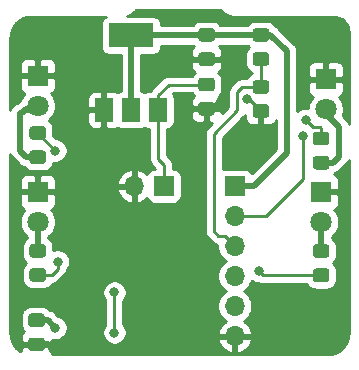
<source format=gbr>
%TF.GenerationSoftware,KiCad,Pcbnew,(5.1.6)-1*%
%TF.CreationDate,2020-09-30T20:40:37+02:00*%
%TF.ProjectId,ESP_test,4553505f-7465-4737-942e-6b696361645f,rev?*%
%TF.SameCoordinates,Original*%
%TF.FileFunction,Copper,L1,Top*%
%TF.FilePolarity,Positive*%
%FSLAX46Y46*%
G04 Gerber Fmt 4.6, Leading zero omitted, Abs format (unit mm)*
G04 Created by KiCad (PCBNEW (5.1.6)-1) date 2020-09-30 20:40:37*
%MOMM*%
%LPD*%
G01*
G04 APERTURE LIST*
%TA.AperFunction,ComponentPad*%
%ADD10O,1.700000X1.700000*%
%TD*%
%TA.AperFunction,ComponentPad*%
%ADD11R,1.700000X1.700000*%
%TD*%
%TA.AperFunction,ComponentPad*%
%ADD12C,1.800000*%
%TD*%
%TA.AperFunction,ComponentPad*%
%ADD13R,1.800000X1.800000*%
%TD*%
%TA.AperFunction,SMDPad,CuDef*%
%ADD14R,1.500000X2.000000*%
%TD*%
%TA.AperFunction,SMDPad,CuDef*%
%ADD15R,3.800000X2.000000*%
%TD*%
%TA.AperFunction,ViaPad*%
%ADD16C,0.800000*%
%TD*%
%TA.AperFunction,Conductor*%
%ADD17C,0.500000*%
%TD*%
%TA.AperFunction,Conductor*%
%ADD18C,0.250000*%
%TD*%
%TA.AperFunction,Conductor*%
%ADD19C,0.254000*%
%TD*%
G04 APERTURE END LIST*
D10*
%TO.P,J1,6*%
%TO.N,GND*%
X139200000Y-86700000D03*
%TO.P,J1,5*%
%TO.N,TX*%
X139200000Y-84160000D03*
%TO.P,J1,4*%
%TO.N,RX*%
X139200000Y-81620000D03*
%TO.P,J1,3*%
%TO.N,EN*%
X139200000Y-79080000D03*
%TO.P,J1,2*%
%TO.N,GPIO0*%
X139200000Y-76540000D03*
D11*
%TO.P,J1,1*%
%TO.N,VCC*%
X139200000Y-74000000D03*
%TD*%
%TO.P,R5,2*%
%TO.N,EN*%
%TA.AperFunction,SMDPad,CuDef*%
G36*
G01*
X140949999Y-62675000D02*
X141850001Y-62675000D01*
G75*
G02*
X142100000Y-62924999I0J-249999D01*
G01*
X142100000Y-63575001D01*
G75*
G02*
X141850001Y-63825000I-249999J0D01*
G01*
X140949999Y-63825000D01*
G75*
G02*
X140700000Y-63575001I0J249999D01*
G01*
X140700000Y-62924999D01*
G75*
G02*
X140949999Y-62675000I249999J0D01*
G01*
G37*
%TD.AperFunction*%
%TO.P,R5,1*%
%TO.N,VCC*%
%TA.AperFunction,SMDPad,CuDef*%
G36*
G01*
X140949999Y-60625000D02*
X141850001Y-60625000D01*
G75*
G02*
X142100000Y-60874999I0J-249999D01*
G01*
X142100000Y-61525001D01*
G75*
G02*
X141850001Y-61775000I-249999J0D01*
G01*
X140949999Y-61775000D01*
G75*
G02*
X140700000Y-61525001I0J249999D01*
G01*
X140700000Y-60874999D01*
G75*
G02*
X140949999Y-60625000I249999J0D01*
G01*
G37*
%TD.AperFunction*%
%TD*%
D12*
%TO.P,D4,2*%
%TO.N,Net-(D4-Pad2)*%
X146500000Y-77040000D03*
D13*
%TO.P,D4,1*%
%TO.N,GND*%
X146500000Y-74500000D03*
%TD*%
D14*
%TO.P,U2,1*%
%TO.N,GND*%
X128100000Y-67550000D03*
%TO.P,U2,3*%
%TO.N,Net-(C3-Pad1)*%
X132700000Y-67550000D03*
%TO.P,U2,2*%
%TO.N,VCC*%
X130400000Y-67550000D03*
D15*
X130400000Y-61250000D03*
%TD*%
%TO.P,C4,2*%
%TO.N,GND*%
%TA.AperFunction,SMDPad,CuDef*%
G36*
G01*
X136349999Y-62675000D02*
X137250001Y-62675000D01*
G75*
G02*
X137500000Y-62924999I0J-249999D01*
G01*
X137500000Y-63575001D01*
G75*
G02*
X137250001Y-63825000I-249999J0D01*
G01*
X136349999Y-63825000D01*
G75*
G02*
X136100000Y-63575001I0J249999D01*
G01*
X136100000Y-62924999D01*
G75*
G02*
X136349999Y-62675000I249999J0D01*
G01*
G37*
%TD.AperFunction*%
%TO.P,C4,1*%
%TO.N,VCC*%
%TA.AperFunction,SMDPad,CuDef*%
G36*
G01*
X136349999Y-60625000D02*
X137250001Y-60625000D01*
G75*
G02*
X137500000Y-60874999I0J-249999D01*
G01*
X137500000Y-61525001D01*
G75*
G02*
X137250001Y-61775000I-249999J0D01*
G01*
X136349999Y-61775000D01*
G75*
G02*
X136100000Y-61525001I0J249999D01*
G01*
X136100000Y-60874999D01*
G75*
G02*
X136349999Y-60625000I249999J0D01*
G01*
G37*
%TD.AperFunction*%
%TD*%
%TO.P,C3,2*%
%TO.N,GND*%
%TA.AperFunction,SMDPad,CuDef*%
G36*
G01*
X136349999Y-66875000D02*
X137250001Y-66875000D01*
G75*
G02*
X137500000Y-67124999I0J-249999D01*
G01*
X137500000Y-67775001D01*
G75*
G02*
X137250001Y-68025000I-249999J0D01*
G01*
X136349999Y-68025000D01*
G75*
G02*
X136100000Y-67775001I0J249999D01*
G01*
X136100000Y-67124999D01*
G75*
G02*
X136349999Y-66875000I249999J0D01*
G01*
G37*
%TD.AperFunction*%
%TO.P,C3,1*%
%TO.N,Net-(C3-Pad1)*%
%TA.AperFunction,SMDPad,CuDef*%
G36*
G01*
X136349999Y-64825000D02*
X137250001Y-64825000D01*
G75*
G02*
X137500000Y-65074999I0J-249999D01*
G01*
X137500000Y-65725001D01*
G75*
G02*
X137250001Y-65975000I-249999J0D01*
G01*
X136349999Y-65975000D01*
G75*
G02*
X136100000Y-65725001I0J249999D01*
G01*
X136100000Y-65074999D01*
G75*
G02*
X136349999Y-64825000I249999J0D01*
G01*
G37*
%TD.AperFunction*%
%TD*%
%TO.P,C2,2*%
%TO.N,GND*%
%TA.AperFunction,SMDPad,CuDef*%
G36*
G01*
X140949999Y-67075000D02*
X141850001Y-67075000D01*
G75*
G02*
X142100000Y-67324999I0J-249999D01*
G01*
X142100000Y-67975001D01*
G75*
G02*
X141850001Y-68225000I-249999J0D01*
G01*
X140949999Y-68225000D01*
G75*
G02*
X140700000Y-67975001I0J249999D01*
G01*
X140700000Y-67324999D01*
G75*
G02*
X140949999Y-67075000I249999J0D01*
G01*
G37*
%TD.AperFunction*%
%TO.P,C2,1*%
%TO.N,EN*%
%TA.AperFunction,SMDPad,CuDef*%
G36*
G01*
X140949999Y-65025000D02*
X141850001Y-65025000D01*
G75*
G02*
X142100000Y-65274999I0J-249999D01*
G01*
X142100000Y-65925001D01*
G75*
G02*
X141850001Y-66175000I-249999J0D01*
G01*
X140949999Y-66175000D01*
G75*
G02*
X140700000Y-65925001I0J249999D01*
G01*
X140700000Y-65274999D01*
G75*
G02*
X140949999Y-65025000I249999J0D01*
G01*
G37*
%TD.AperFunction*%
%TD*%
D12*
%TO.P,D3,2*%
%TO.N,Net-(D3-Pad2)*%
X122500000Y-77040000D03*
D13*
%TO.P,D3,1*%
%TO.N,GND*%
X122500000Y-74500000D03*
%TD*%
D12*
%TO.P,D2,2*%
%TO.N,Net-(D2-Pad2)*%
X146900000Y-67500000D03*
D13*
%TO.P,D2,1*%
%TO.N,GND*%
X146900000Y-64960000D03*
%TD*%
D12*
%TO.P,D1,2*%
%TO.N,Net-(D1-Pad2)*%
X122500000Y-67200000D03*
D13*
%TO.P,D1,1*%
%TO.N,GND*%
X122500000Y-64660000D03*
%TD*%
D10*
%TO.P,J2,2*%
%TO.N,GND*%
X130660000Y-74000000D03*
D11*
%TO.P,J2,1*%
%TO.N,Net-(C3-Pad1)*%
X133200000Y-74000000D03*
%TD*%
%TO.P,R4,2*%
%TO.N,Net-(D4-Pad2)*%
%TA.AperFunction,SMDPad,CuDef*%
G36*
G01*
X146950001Y-80075000D02*
X146049999Y-80075000D01*
G75*
G02*
X145800000Y-79825001I0J249999D01*
G01*
X145800000Y-79174999D01*
G75*
G02*
X146049999Y-78925000I249999J0D01*
G01*
X146950001Y-78925000D01*
G75*
G02*
X147200000Y-79174999I0J-249999D01*
G01*
X147200000Y-79825001D01*
G75*
G02*
X146950001Y-80075000I-249999J0D01*
G01*
G37*
%TD.AperFunction*%
%TO.P,R4,1*%
%TO.N,LED4*%
%TA.AperFunction,SMDPad,CuDef*%
G36*
G01*
X146950001Y-82125000D02*
X146049999Y-82125000D01*
G75*
G02*
X145800000Y-81875001I0J249999D01*
G01*
X145800000Y-81224999D01*
G75*
G02*
X146049999Y-80975000I249999J0D01*
G01*
X146950001Y-80975000D01*
G75*
G02*
X147200000Y-81224999I0J-249999D01*
G01*
X147200000Y-81875001D01*
G75*
G02*
X146950001Y-82125000I-249999J0D01*
G01*
G37*
%TD.AperFunction*%
%TD*%
%TO.P,R3,2*%
%TO.N,Net-(D3-Pad2)*%
%TA.AperFunction,SMDPad,CuDef*%
G36*
G01*
X122950001Y-80050000D02*
X122049999Y-80050000D01*
G75*
G02*
X121800000Y-79800001I0J249999D01*
G01*
X121800000Y-79149999D01*
G75*
G02*
X122049999Y-78900000I249999J0D01*
G01*
X122950001Y-78900000D01*
G75*
G02*
X123200000Y-79149999I0J-249999D01*
G01*
X123200000Y-79800001D01*
G75*
G02*
X122950001Y-80050000I-249999J0D01*
G01*
G37*
%TD.AperFunction*%
%TO.P,R3,1*%
%TO.N,LED3*%
%TA.AperFunction,SMDPad,CuDef*%
G36*
G01*
X122950001Y-82100000D02*
X122049999Y-82100000D01*
G75*
G02*
X121800000Y-81850001I0J249999D01*
G01*
X121800000Y-81199999D01*
G75*
G02*
X122049999Y-80950000I249999J0D01*
G01*
X122950001Y-80950000D01*
G75*
G02*
X123200000Y-81199999I0J-249999D01*
G01*
X123200000Y-81850001D01*
G75*
G02*
X122950001Y-82100000I-249999J0D01*
G01*
G37*
%TD.AperFunction*%
%TD*%
%TO.P,R2,2*%
%TO.N,Net-(D2-Pad2)*%
%TA.AperFunction,SMDPad,CuDef*%
G36*
G01*
X146049999Y-71450000D02*
X146950001Y-71450000D01*
G75*
G02*
X147200000Y-71699999I0J-249999D01*
G01*
X147200000Y-72350001D01*
G75*
G02*
X146950001Y-72600000I-249999J0D01*
G01*
X146049999Y-72600000D01*
G75*
G02*
X145800000Y-72350001I0J249999D01*
G01*
X145800000Y-71699999D01*
G75*
G02*
X146049999Y-71450000I249999J0D01*
G01*
G37*
%TD.AperFunction*%
%TO.P,R2,1*%
%TO.N,LED2*%
%TA.AperFunction,SMDPad,CuDef*%
G36*
G01*
X146049999Y-69400000D02*
X146950001Y-69400000D01*
G75*
G02*
X147200000Y-69649999I0J-249999D01*
G01*
X147200000Y-70300001D01*
G75*
G02*
X146950001Y-70550000I-249999J0D01*
G01*
X146049999Y-70550000D01*
G75*
G02*
X145800000Y-70300001I0J249999D01*
G01*
X145800000Y-69649999D01*
G75*
G02*
X146049999Y-69400000I249999J0D01*
G01*
G37*
%TD.AperFunction*%
%TD*%
%TO.P,C1,2*%
%TO.N,GND*%
%TA.AperFunction,SMDPad,CuDef*%
G36*
G01*
X121949999Y-86825000D02*
X122850001Y-86825000D01*
G75*
G02*
X123100000Y-87074999I0J-249999D01*
G01*
X123100000Y-87725001D01*
G75*
G02*
X122850001Y-87975000I-249999J0D01*
G01*
X121949999Y-87975000D01*
G75*
G02*
X121700000Y-87725001I0J249999D01*
G01*
X121700000Y-87074999D01*
G75*
G02*
X121949999Y-86825000I249999J0D01*
G01*
G37*
%TD.AperFunction*%
%TO.P,C1,1*%
%TO.N,VCC*%
%TA.AperFunction,SMDPad,CuDef*%
G36*
G01*
X121949999Y-84775000D02*
X122850001Y-84775000D01*
G75*
G02*
X123100000Y-85024999I0J-249999D01*
G01*
X123100000Y-85675001D01*
G75*
G02*
X122850001Y-85925000I-249999J0D01*
G01*
X121949999Y-85925000D01*
G75*
G02*
X121700000Y-85675001I0J249999D01*
G01*
X121700000Y-85024999D01*
G75*
G02*
X121949999Y-84775000I249999J0D01*
G01*
G37*
%TD.AperFunction*%
%TD*%
%TO.P,R1,2*%
%TO.N,Net-(D1-Pad2)*%
%TA.AperFunction,SMDPad,CuDef*%
G36*
G01*
X122049999Y-70975000D02*
X122950001Y-70975000D01*
G75*
G02*
X123200000Y-71224999I0J-249999D01*
G01*
X123200000Y-71875001D01*
G75*
G02*
X122950001Y-72125000I-249999J0D01*
G01*
X122049999Y-72125000D01*
G75*
G02*
X121800000Y-71875001I0J249999D01*
G01*
X121800000Y-71224999D01*
G75*
G02*
X122049999Y-70975000I249999J0D01*
G01*
G37*
%TD.AperFunction*%
%TO.P,R1,1*%
%TO.N,LED*%
%TA.AperFunction,SMDPad,CuDef*%
G36*
G01*
X122049999Y-68925000D02*
X122950001Y-68925000D01*
G75*
G02*
X123200000Y-69174999I0J-249999D01*
G01*
X123200000Y-69825001D01*
G75*
G02*
X122950001Y-70075000I-249999J0D01*
G01*
X122049999Y-70075000D01*
G75*
G02*
X121800000Y-69825001I0J249999D01*
G01*
X121800000Y-69174999D01*
G75*
G02*
X122049999Y-68925000I249999J0D01*
G01*
G37*
%TD.AperFunction*%
%TD*%
D16*
%TO.N,GND*%
X123800000Y-87800000D03*
X135600000Y-77000000D03*
X138000000Y-66800000D03*
X140200000Y-66600000D03*
%TO.N,GPIO0*%
X145000000Y-69800000D03*
%TO.N,VCC*%
X124000000Y-86000000D03*
X129000000Y-83000000D03*
X129000000Y-86400000D03*
%TO.N,LED*%
X124000000Y-71000000D03*
%TO.N,LED2*%
X145200000Y-68400000D03*
%TO.N,LED3*%
X124200000Y-80400000D03*
%TO.N,LED4*%
X141200000Y-81200000D03*
%TD*%
D17*
%TO.N,GND*%
X122400000Y-87400000D02*
X123400000Y-87400000D01*
X123400000Y-87400000D02*
X123800000Y-87800000D01*
X137350000Y-67450000D02*
X138000000Y-66800000D01*
X136800000Y-67450000D02*
X137350000Y-67450000D01*
X141400000Y-67650000D02*
X141400000Y-67800000D01*
D18*
X140350000Y-66600000D02*
X141400000Y-67650000D01*
X140200000Y-66600000D02*
X140350000Y-66600000D01*
%TO.N,GPIO0*%
X145000000Y-69800000D02*
X145000000Y-73400000D01*
X141860000Y-76540000D02*
X139200000Y-76540000D01*
X145000000Y-73400000D02*
X141860000Y-76540000D01*
D17*
%TO.N,Net-(D1-Pad2)*%
X122500000Y-71550000D02*
X121550000Y-71550000D01*
X121550000Y-71550000D02*
X121000000Y-71000000D01*
X121540000Y-67540000D02*
X122500000Y-67540000D01*
X122500000Y-67540000D02*
X121460000Y-67540000D01*
X121500000Y-67500000D02*
X121540000Y-67540000D01*
X121460000Y-67540000D02*
X121500000Y-67500000D01*
X121000000Y-71000000D02*
X121000000Y-67800000D01*
X121200000Y-67800000D02*
X121460000Y-67540000D01*
X121000000Y-67800000D02*
X121200000Y-67800000D01*
%TO.N,VCC*%
X141350000Y-61250000D02*
X141400000Y-61200000D01*
X130400000Y-61250000D02*
X141350000Y-61250000D01*
X130400000Y-67550000D02*
X130400000Y-61250000D01*
X122400000Y-85350000D02*
X123350000Y-85350000D01*
X123350000Y-85350000D02*
X124000000Y-86000000D01*
X141400000Y-61200000D02*
X142200000Y-61200000D01*
X142200000Y-61200000D02*
X143600000Y-62600000D01*
X143600000Y-62600000D02*
X143600000Y-71200000D01*
X140800000Y-74000000D02*
X139200000Y-74000000D01*
X143600000Y-71200000D02*
X140800000Y-74000000D01*
D18*
X129000000Y-83000000D02*
X129000000Y-86400000D01*
%TO.N,LED*%
X124000000Y-71000000D02*
X122500000Y-69500000D01*
%TO.N,EN*%
X141400000Y-63250000D02*
X141400000Y-65600000D01*
X139200000Y-79080000D02*
X138320000Y-78200000D01*
X138320000Y-78200000D02*
X137800000Y-78200000D01*
X137800000Y-78200000D02*
X137400000Y-77800000D01*
X137400000Y-77800000D02*
X137400000Y-69600000D01*
X137400000Y-69600000D02*
X139400000Y-67600000D01*
X139400000Y-67600000D02*
X139400000Y-66000000D01*
X139800000Y-65600000D02*
X141400000Y-65600000D01*
X139400000Y-66000000D02*
X139800000Y-65600000D01*
D17*
%TO.N,Net-(D2-Pad2)*%
X147475000Y-72025000D02*
X146500000Y-72025000D01*
X148000000Y-71500000D02*
X147475000Y-72025000D01*
X146500000Y-67500000D02*
X148000000Y-69000000D01*
X148000000Y-69000000D02*
X148000000Y-71500000D01*
D18*
%TO.N,LED2*%
X146500000Y-69100000D02*
X146500000Y-69975000D01*
X146400000Y-69000000D02*
X146500000Y-69100000D01*
X145200000Y-68400000D02*
X145800000Y-69000000D01*
X145800000Y-69000000D02*
X146400000Y-69000000D01*
D17*
%TO.N,Net-(D3-Pad2)*%
X122500000Y-79475000D02*
X122500000Y-77040000D01*
%TO.N,Net-(D4-Pad2)*%
X146500000Y-77040000D02*
X146500000Y-79500000D01*
D18*
%TO.N,LED3*%
X124200000Y-80400000D02*
X124200000Y-81000000D01*
X123675000Y-81525000D02*
X122500000Y-81525000D01*
X124200000Y-81000000D02*
X123675000Y-81525000D01*
%TO.N,LED4*%
X146500000Y-81550000D02*
X141550000Y-81550000D01*
X141550000Y-81550000D02*
X141200000Y-81200000D01*
%TO.N,Net-(C3-Pad1)*%
X133200000Y-74000000D02*
X133200000Y-72200000D01*
X132700000Y-71700000D02*
X132700000Y-67550000D01*
X133200000Y-72200000D02*
X132700000Y-71700000D01*
X132700000Y-67550000D02*
X132700000Y-66300000D01*
X133600000Y-65400000D02*
X136800000Y-65400000D01*
X132700000Y-66300000D02*
X133600000Y-65400000D01*
%TD*%
D19*
%TO.N,GND*%
G36*
X128255820Y-59660498D02*
G01*
X128145506Y-59719463D01*
X128048815Y-59798815D01*
X127969463Y-59895506D01*
X127910498Y-60005820D01*
X127874188Y-60125518D01*
X127861928Y-60250000D01*
X127861928Y-62250000D01*
X127874188Y-62374482D01*
X127910498Y-62494180D01*
X127969463Y-62604494D01*
X128048815Y-62701185D01*
X128145506Y-62780537D01*
X128255820Y-62839502D01*
X128375518Y-62875812D01*
X128500000Y-62888072D01*
X129515001Y-62888072D01*
X129515000Y-65927379D01*
X129405820Y-65960498D01*
X129295506Y-66019463D01*
X129250000Y-66056809D01*
X129204494Y-66019463D01*
X129094180Y-65960498D01*
X128974482Y-65924188D01*
X128850000Y-65911928D01*
X128385750Y-65915000D01*
X128227000Y-66073750D01*
X128227000Y-67423000D01*
X128247000Y-67423000D01*
X128247000Y-67677000D01*
X128227000Y-67677000D01*
X128227000Y-69026250D01*
X128385750Y-69185000D01*
X128850000Y-69188072D01*
X128974482Y-69175812D01*
X129094180Y-69139502D01*
X129204494Y-69080537D01*
X129250000Y-69043191D01*
X129295506Y-69080537D01*
X129405820Y-69139502D01*
X129525518Y-69175812D01*
X129650000Y-69188072D01*
X131150000Y-69188072D01*
X131274482Y-69175812D01*
X131394180Y-69139502D01*
X131504494Y-69080537D01*
X131550000Y-69043191D01*
X131595506Y-69080537D01*
X131705820Y-69139502D01*
X131825518Y-69175812D01*
X131940001Y-69187087D01*
X131940000Y-71662677D01*
X131936324Y-71700000D01*
X131940000Y-71737322D01*
X131940000Y-71737332D01*
X131950997Y-71848985D01*
X131968824Y-71907753D01*
X131994454Y-71992246D01*
X132065026Y-72124276D01*
X132068753Y-72128817D01*
X132159999Y-72240001D01*
X132189003Y-72263804D01*
X132437127Y-72511928D01*
X132350000Y-72511928D01*
X132225518Y-72524188D01*
X132105820Y-72560498D01*
X131995506Y-72619463D01*
X131898815Y-72698815D01*
X131819463Y-72795506D01*
X131760498Y-72905820D01*
X131736034Y-72986466D01*
X131660269Y-72902412D01*
X131426920Y-72728359D01*
X131164099Y-72603175D01*
X131016890Y-72558524D01*
X130787000Y-72679845D01*
X130787000Y-73873000D01*
X130807000Y-73873000D01*
X130807000Y-74127000D01*
X130787000Y-74127000D01*
X130787000Y-75320155D01*
X131016890Y-75441476D01*
X131164099Y-75396825D01*
X131426920Y-75271641D01*
X131660269Y-75097588D01*
X131736034Y-75013534D01*
X131760498Y-75094180D01*
X131819463Y-75204494D01*
X131898815Y-75301185D01*
X131995506Y-75380537D01*
X132105820Y-75439502D01*
X132225518Y-75475812D01*
X132350000Y-75488072D01*
X134050000Y-75488072D01*
X134174482Y-75475812D01*
X134294180Y-75439502D01*
X134404494Y-75380537D01*
X134501185Y-75301185D01*
X134580537Y-75204494D01*
X134639502Y-75094180D01*
X134675812Y-74974482D01*
X134688072Y-74850000D01*
X134688072Y-73150000D01*
X134675812Y-73025518D01*
X134639502Y-72905820D01*
X134580537Y-72795506D01*
X134501185Y-72698815D01*
X134404494Y-72619463D01*
X134294180Y-72560498D01*
X134174482Y-72524188D01*
X134050000Y-72511928D01*
X133960000Y-72511928D01*
X133960000Y-72237325D01*
X133963676Y-72200000D01*
X133960000Y-72162675D01*
X133960000Y-72162667D01*
X133949003Y-72051014D01*
X133905546Y-71907753D01*
X133834974Y-71775724D01*
X133740001Y-71659999D01*
X133710997Y-71636196D01*
X133460000Y-71385199D01*
X133460000Y-69187087D01*
X133574482Y-69175812D01*
X133694180Y-69139502D01*
X133804494Y-69080537D01*
X133901185Y-69001185D01*
X133980537Y-68904494D01*
X134039502Y-68794180D01*
X134075812Y-68674482D01*
X134088072Y-68550000D01*
X134088072Y-68025000D01*
X135461928Y-68025000D01*
X135474188Y-68149482D01*
X135510498Y-68269180D01*
X135569463Y-68379494D01*
X135648815Y-68476185D01*
X135745506Y-68555537D01*
X135855820Y-68614502D01*
X135975518Y-68650812D01*
X136100000Y-68663072D01*
X136514250Y-68660000D01*
X136673000Y-68501250D01*
X136673000Y-67577000D01*
X135623750Y-67577000D01*
X135465000Y-67735750D01*
X135461928Y-68025000D01*
X134088072Y-68025000D01*
X134088072Y-66550000D01*
X134075812Y-66425518D01*
X134039502Y-66305820D01*
X133980537Y-66195506D01*
X133951398Y-66160000D01*
X135580386Y-66160000D01*
X135611595Y-66218387D01*
X135722038Y-66352962D01*
X135728594Y-66358342D01*
X135648815Y-66423815D01*
X135569463Y-66520506D01*
X135510498Y-66630820D01*
X135474188Y-66750518D01*
X135461928Y-66875000D01*
X135465000Y-67164250D01*
X135623750Y-67323000D01*
X136673000Y-67323000D01*
X136673000Y-67303000D01*
X136927000Y-67303000D01*
X136927000Y-67323000D01*
X137976250Y-67323000D01*
X138135000Y-67164250D01*
X138138072Y-66875000D01*
X138125812Y-66750518D01*
X138089502Y-66630820D01*
X138030537Y-66520506D01*
X137951185Y-66423815D01*
X137871406Y-66358342D01*
X137877962Y-66352962D01*
X137988405Y-66218387D01*
X138070472Y-66064851D01*
X138121008Y-65898255D01*
X138138072Y-65725001D01*
X138138072Y-65074999D01*
X138121008Y-64901745D01*
X138070472Y-64735149D01*
X137988405Y-64581613D01*
X137877962Y-64447038D01*
X137801187Y-64384031D01*
X137854494Y-64355537D01*
X137951185Y-64276185D01*
X138030537Y-64179494D01*
X138089502Y-64069180D01*
X138125812Y-63949482D01*
X138138072Y-63825000D01*
X138135000Y-63535750D01*
X137976250Y-63377000D01*
X136927000Y-63377000D01*
X136927000Y-63397000D01*
X136673000Y-63397000D01*
X136673000Y-63377000D01*
X135623750Y-63377000D01*
X135465000Y-63535750D01*
X135461928Y-63825000D01*
X135474188Y-63949482D01*
X135510498Y-64069180D01*
X135569463Y-64179494D01*
X135648815Y-64276185D01*
X135745506Y-64355537D01*
X135798813Y-64384031D01*
X135722038Y-64447038D01*
X135611595Y-64581613D01*
X135580386Y-64640000D01*
X133637322Y-64640000D01*
X133599999Y-64636324D01*
X133562676Y-64640000D01*
X133562667Y-64640000D01*
X133451014Y-64650997D01*
X133307753Y-64694454D01*
X133175724Y-64765026D01*
X133059999Y-64859999D01*
X133036201Y-64888997D01*
X132188998Y-65736201D01*
X132160000Y-65759999D01*
X132136202Y-65788997D01*
X132136201Y-65788998D01*
X132065026Y-65875724D01*
X132045674Y-65911928D01*
X131950000Y-65911928D01*
X131825518Y-65924188D01*
X131705820Y-65960498D01*
X131595506Y-66019463D01*
X131550000Y-66056809D01*
X131504494Y-66019463D01*
X131394180Y-65960498D01*
X131285000Y-65927379D01*
X131285000Y-62888072D01*
X132300000Y-62888072D01*
X132424482Y-62875812D01*
X132544180Y-62839502D01*
X132654494Y-62780537D01*
X132751185Y-62701185D01*
X132830537Y-62604494D01*
X132889502Y-62494180D01*
X132925812Y-62374482D01*
X132938072Y-62250000D01*
X132938072Y-62135000D01*
X135707297Y-62135000D01*
X135722038Y-62152962D01*
X135728594Y-62158342D01*
X135648815Y-62223815D01*
X135569463Y-62320506D01*
X135510498Y-62430820D01*
X135474188Y-62550518D01*
X135461928Y-62675000D01*
X135465000Y-62964250D01*
X135623750Y-63123000D01*
X136673000Y-63123000D01*
X136673000Y-63103000D01*
X136927000Y-63103000D01*
X136927000Y-63123000D01*
X137976250Y-63123000D01*
X138135000Y-62964250D01*
X138138072Y-62675000D01*
X138125812Y-62550518D01*
X138089502Y-62430820D01*
X138030537Y-62320506D01*
X137951185Y-62223815D01*
X137871406Y-62158342D01*
X137877962Y-62152962D01*
X137892703Y-62135000D01*
X140307297Y-62135000D01*
X140322038Y-62152962D01*
X140409816Y-62225000D01*
X140322038Y-62297038D01*
X140211595Y-62431613D01*
X140129528Y-62585149D01*
X140078992Y-62751745D01*
X140061928Y-62924999D01*
X140061928Y-63575001D01*
X140078992Y-63748255D01*
X140129528Y-63914851D01*
X140211595Y-64068387D01*
X140322038Y-64202962D01*
X140456613Y-64313405D01*
X140610149Y-64395472D01*
X140640000Y-64404527D01*
X140640001Y-64445473D01*
X140610149Y-64454528D01*
X140456613Y-64536595D01*
X140322038Y-64647038D01*
X140211595Y-64781613D01*
X140180386Y-64840000D01*
X139837322Y-64840000D01*
X139799999Y-64836324D01*
X139762676Y-64840000D01*
X139762667Y-64840000D01*
X139651014Y-64850997D01*
X139507753Y-64894454D01*
X139375724Y-64965026D01*
X139259999Y-65059999D01*
X139236200Y-65088998D01*
X138888998Y-65436201D01*
X138860000Y-65459999D01*
X138836202Y-65488997D01*
X138836201Y-65488998D01*
X138765026Y-65575724D01*
X138694454Y-65707754D01*
X138669810Y-65788998D01*
X138659109Y-65824277D01*
X138650998Y-65851015D01*
X138636324Y-66000000D01*
X138640001Y-66037332D01*
X138640000Y-67285198D01*
X138135572Y-67789626D01*
X138135000Y-67735750D01*
X137976250Y-67577000D01*
X136927000Y-67577000D01*
X136927000Y-68501250D01*
X137085750Y-68660000D01*
X137263878Y-68661321D01*
X136888998Y-69036201D01*
X136860000Y-69059999D01*
X136836202Y-69088997D01*
X136836201Y-69088998D01*
X136765026Y-69175724D01*
X136694454Y-69307754D01*
X136673836Y-69375725D01*
X136650998Y-69451014D01*
X136646360Y-69498102D01*
X136636324Y-69600000D01*
X136640001Y-69637332D01*
X136640000Y-77762678D01*
X136636324Y-77800000D01*
X136640000Y-77837322D01*
X136640000Y-77837332D01*
X136650997Y-77948985D01*
X136681947Y-78051014D01*
X136694454Y-78092246D01*
X136765026Y-78224276D01*
X136795927Y-78261928D01*
X136859999Y-78340001D01*
X136889002Y-78363803D01*
X137236200Y-78711002D01*
X137259999Y-78740001D01*
X137375724Y-78834974D01*
X137507753Y-78905546D01*
X137651014Y-78949003D01*
X137715000Y-78955305D01*
X137715000Y-79226260D01*
X137772068Y-79513158D01*
X137884010Y-79783411D01*
X138046525Y-80026632D01*
X138253368Y-80233475D01*
X138427760Y-80350000D01*
X138253368Y-80466525D01*
X138046525Y-80673368D01*
X137884010Y-80916589D01*
X137772068Y-81186842D01*
X137715000Y-81473740D01*
X137715000Y-81766260D01*
X137772068Y-82053158D01*
X137884010Y-82323411D01*
X138046525Y-82566632D01*
X138253368Y-82773475D01*
X138427760Y-82890000D01*
X138253368Y-83006525D01*
X138046525Y-83213368D01*
X137884010Y-83456589D01*
X137772068Y-83726842D01*
X137715000Y-84013740D01*
X137715000Y-84306260D01*
X137772068Y-84593158D01*
X137884010Y-84863411D01*
X138046525Y-85106632D01*
X138253368Y-85313475D01*
X138435534Y-85435195D01*
X138318645Y-85504822D01*
X138102412Y-85699731D01*
X137928359Y-85933080D01*
X137803175Y-86195901D01*
X137758524Y-86343110D01*
X137879845Y-86573000D01*
X139073000Y-86573000D01*
X139073000Y-86553000D01*
X139327000Y-86553000D01*
X139327000Y-86573000D01*
X140520155Y-86573000D01*
X140641476Y-86343110D01*
X140596825Y-86195901D01*
X140471641Y-85933080D01*
X140297588Y-85699731D01*
X140081355Y-85504822D01*
X139964466Y-85435195D01*
X140146632Y-85313475D01*
X140353475Y-85106632D01*
X140515990Y-84863411D01*
X140627932Y-84593158D01*
X140685000Y-84306260D01*
X140685000Y-84013740D01*
X140627932Y-83726842D01*
X140515990Y-83456589D01*
X140353475Y-83213368D01*
X140146632Y-83006525D01*
X139972240Y-82890000D01*
X140146632Y-82773475D01*
X140353475Y-82566632D01*
X140515990Y-82323411D01*
X140624888Y-82060506D01*
X140709744Y-82117205D01*
X140898102Y-82195226D01*
X141098061Y-82235000D01*
X141219315Y-82235000D01*
X141257753Y-82255546D01*
X141401014Y-82299003D01*
X141512667Y-82310000D01*
X141512675Y-82310000D01*
X141550000Y-82313676D01*
X141587325Y-82310000D01*
X145280386Y-82310000D01*
X145311595Y-82368387D01*
X145422038Y-82502962D01*
X145556613Y-82613405D01*
X145710149Y-82695472D01*
X145876745Y-82746008D01*
X146049999Y-82763072D01*
X146950001Y-82763072D01*
X147123255Y-82746008D01*
X147289851Y-82695472D01*
X147443387Y-82613405D01*
X147577962Y-82502962D01*
X147688405Y-82368387D01*
X147770472Y-82214851D01*
X147821008Y-82048255D01*
X147838072Y-81875001D01*
X147838072Y-81224999D01*
X147821008Y-81051745D01*
X147770472Y-80885149D01*
X147688405Y-80731613D01*
X147577962Y-80597038D01*
X147490184Y-80525000D01*
X147577962Y-80452962D01*
X147688405Y-80318387D01*
X147770472Y-80164851D01*
X147821008Y-79998255D01*
X147838072Y-79825001D01*
X147838072Y-79174999D01*
X147821008Y-79001745D01*
X147770472Y-78835149D01*
X147688405Y-78681613D01*
X147577962Y-78547038D01*
X147443387Y-78436595D01*
X147385000Y-78405386D01*
X147385000Y-78294790D01*
X147478505Y-78232312D01*
X147692312Y-78018505D01*
X147860299Y-77767095D01*
X147976011Y-77487743D01*
X148035000Y-77191184D01*
X148035000Y-76888816D01*
X147976011Y-76592257D01*
X147860299Y-76312905D01*
X147692312Y-76061495D01*
X147625873Y-75995056D01*
X147644180Y-75989502D01*
X147754494Y-75930537D01*
X147851185Y-75851185D01*
X147930537Y-75754494D01*
X147989502Y-75644180D01*
X148025812Y-75524482D01*
X148038072Y-75400000D01*
X148035000Y-74785750D01*
X147876250Y-74627000D01*
X146627000Y-74627000D01*
X146627000Y-74647000D01*
X146373000Y-74647000D01*
X146373000Y-74627000D01*
X146353000Y-74627000D01*
X146353000Y-74373000D01*
X146373000Y-74373000D01*
X146373000Y-74353000D01*
X146627000Y-74353000D01*
X146627000Y-74373000D01*
X147876250Y-74373000D01*
X148035000Y-74214250D01*
X148038072Y-73600000D01*
X148025812Y-73475518D01*
X147989502Y-73355820D01*
X147930537Y-73245506D01*
X147851185Y-73148815D01*
X147754494Y-73069463D01*
X147644180Y-73010498D01*
X147566887Y-72987051D01*
X147577962Y-72977962D01*
X147643873Y-72897650D01*
X147648490Y-72897195D01*
X147815313Y-72846589D01*
X147969059Y-72764411D01*
X148103817Y-72653817D01*
X148131534Y-72620044D01*
X148595044Y-72156534D01*
X148628817Y-72128817D01*
X148739411Y-71994059D01*
X148821589Y-71840313D01*
X148840000Y-71779620D01*
X148840001Y-86367711D01*
X148801853Y-86756776D01*
X148698238Y-87099964D01*
X148529939Y-87416489D01*
X148303365Y-87694296D01*
X148027146Y-87922805D01*
X147711803Y-88093310D01*
X147369344Y-88199319D01*
X146982288Y-88240000D01*
X123678373Y-88240000D01*
X123689502Y-88219180D01*
X123725812Y-88099482D01*
X123738072Y-87975000D01*
X123735000Y-87685750D01*
X123576250Y-87527000D01*
X122527000Y-87527000D01*
X122527000Y-87547000D01*
X122273000Y-87547000D01*
X122273000Y-87527000D01*
X121223750Y-87527000D01*
X121065000Y-87685750D01*
X121061964Y-87971653D01*
X120983511Y-87929939D01*
X120705704Y-87703365D01*
X120477195Y-87427146D01*
X120306690Y-87111803D01*
X120200681Y-86769344D01*
X120160000Y-86382288D01*
X120160000Y-85024999D01*
X121061928Y-85024999D01*
X121061928Y-85675001D01*
X121078992Y-85848255D01*
X121129528Y-86014851D01*
X121211595Y-86168387D01*
X121322038Y-86302962D01*
X121328594Y-86308342D01*
X121248815Y-86373815D01*
X121169463Y-86470506D01*
X121110498Y-86580820D01*
X121074188Y-86700518D01*
X121061928Y-86825000D01*
X121065000Y-87114250D01*
X121223750Y-87273000D01*
X122273000Y-87273000D01*
X122273000Y-87253000D01*
X122527000Y-87253000D01*
X122527000Y-87273000D01*
X123576250Y-87273000D01*
X123735000Y-87114250D01*
X123736184Y-87002801D01*
X123898061Y-87035000D01*
X124101939Y-87035000D01*
X124301898Y-86995226D01*
X124490256Y-86917205D01*
X124659774Y-86803937D01*
X124803937Y-86659774D01*
X124917205Y-86490256D01*
X124995226Y-86301898D01*
X125035000Y-86101939D01*
X125035000Y-85898061D01*
X124995226Y-85698102D01*
X124917205Y-85509744D01*
X124803937Y-85340226D01*
X124659774Y-85196063D01*
X124490256Y-85082795D01*
X124301898Y-85004774D01*
X124245043Y-84993465D01*
X124006534Y-84754956D01*
X123978817Y-84721183D01*
X123844059Y-84610589D01*
X123690313Y-84528411D01*
X123551126Y-84486188D01*
X123477962Y-84397038D01*
X123343387Y-84286595D01*
X123189851Y-84204528D01*
X123023255Y-84153992D01*
X122850001Y-84136928D01*
X121949999Y-84136928D01*
X121776745Y-84153992D01*
X121610149Y-84204528D01*
X121456613Y-84286595D01*
X121322038Y-84397038D01*
X121211595Y-84531613D01*
X121129528Y-84685149D01*
X121078992Y-84851745D01*
X121061928Y-85024999D01*
X120160000Y-85024999D01*
X120160000Y-82898061D01*
X127965000Y-82898061D01*
X127965000Y-83101939D01*
X128004774Y-83301898D01*
X128082795Y-83490256D01*
X128196063Y-83659774D01*
X128240000Y-83703711D01*
X128240001Y-85696288D01*
X128196063Y-85740226D01*
X128082795Y-85909744D01*
X128004774Y-86098102D01*
X127965000Y-86298061D01*
X127965000Y-86501939D01*
X128004774Y-86701898D01*
X128082795Y-86890256D01*
X128196063Y-87059774D01*
X128340226Y-87203937D01*
X128509744Y-87317205D01*
X128698102Y-87395226D01*
X128898061Y-87435000D01*
X129101939Y-87435000D01*
X129301898Y-87395226D01*
X129490256Y-87317205D01*
X129659774Y-87203937D01*
X129803937Y-87059774D01*
X129805864Y-87056890D01*
X137758524Y-87056890D01*
X137803175Y-87204099D01*
X137928359Y-87466920D01*
X138102412Y-87700269D01*
X138318645Y-87895178D01*
X138568748Y-88044157D01*
X138843109Y-88141481D01*
X139073000Y-88020814D01*
X139073000Y-86827000D01*
X139327000Y-86827000D01*
X139327000Y-88020814D01*
X139556891Y-88141481D01*
X139831252Y-88044157D01*
X140081355Y-87895178D01*
X140297588Y-87700269D01*
X140471641Y-87466920D01*
X140596825Y-87204099D01*
X140641476Y-87056890D01*
X140520155Y-86827000D01*
X139327000Y-86827000D01*
X139073000Y-86827000D01*
X137879845Y-86827000D01*
X137758524Y-87056890D01*
X129805864Y-87056890D01*
X129917205Y-86890256D01*
X129995226Y-86701898D01*
X130035000Y-86501939D01*
X130035000Y-86298061D01*
X129995226Y-86098102D01*
X129917205Y-85909744D01*
X129803937Y-85740226D01*
X129760000Y-85696289D01*
X129760000Y-83703711D01*
X129803937Y-83659774D01*
X129917205Y-83490256D01*
X129995226Y-83301898D01*
X130035000Y-83101939D01*
X130035000Y-82898061D01*
X129995226Y-82698102D01*
X129917205Y-82509744D01*
X129803937Y-82340226D01*
X129659774Y-82196063D01*
X129490256Y-82082795D01*
X129301898Y-82004774D01*
X129101939Y-81965000D01*
X128898061Y-81965000D01*
X128698102Y-82004774D01*
X128509744Y-82082795D01*
X128340226Y-82196063D01*
X128196063Y-82340226D01*
X128082795Y-82509744D01*
X128004774Y-82698102D01*
X127965000Y-82898061D01*
X120160000Y-82898061D01*
X120160000Y-75400000D01*
X120961928Y-75400000D01*
X120974188Y-75524482D01*
X121010498Y-75644180D01*
X121069463Y-75754494D01*
X121148815Y-75851185D01*
X121245506Y-75930537D01*
X121355820Y-75989502D01*
X121374127Y-75995056D01*
X121307688Y-76061495D01*
X121139701Y-76312905D01*
X121023989Y-76592257D01*
X120965000Y-76888816D01*
X120965000Y-77191184D01*
X121023989Y-77487743D01*
X121139701Y-77767095D01*
X121307688Y-78018505D01*
X121521495Y-78232312D01*
X121615000Y-78294790D01*
X121615000Y-78380386D01*
X121556613Y-78411595D01*
X121422038Y-78522038D01*
X121311595Y-78656613D01*
X121229528Y-78810149D01*
X121178992Y-78976745D01*
X121161928Y-79149999D01*
X121161928Y-79800001D01*
X121178992Y-79973255D01*
X121229528Y-80139851D01*
X121311595Y-80293387D01*
X121422038Y-80427962D01*
X121509816Y-80500000D01*
X121422038Y-80572038D01*
X121311595Y-80706613D01*
X121229528Y-80860149D01*
X121178992Y-81026745D01*
X121161928Y-81199999D01*
X121161928Y-81850001D01*
X121178992Y-82023255D01*
X121229528Y-82189851D01*
X121311595Y-82343387D01*
X121422038Y-82477962D01*
X121556613Y-82588405D01*
X121710149Y-82670472D01*
X121876745Y-82721008D01*
X122049999Y-82738072D01*
X122950001Y-82738072D01*
X123123255Y-82721008D01*
X123289851Y-82670472D01*
X123443387Y-82588405D01*
X123577962Y-82477962D01*
X123688405Y-82343387D01*
X123720018Y-82284243D01*
X123823986Y-82274003D01*
X123967247Y-82230546D01*
X124099276Y-82159974D01*
X124215001Y-82065001D01*
X124238803Y-82035998D01*
X124711002Y-81563800D01*
X124740001Y-81540001D01*
X124771271Y-81501898D01*
X124834974Y-81424277D01*
X124905546Y-81292247D01*
X124916009Y-81257753D01*
X124949003Y-81148986D01*
X124952748Y-81110963D01*
X125003937Y-81059774D01*
X125117205Y-80890256D01*
X125195226Y-80701898D01*
X125235000Y-80501939D01*
X125235000Y-80298061D01*
X125195226Y-80098102D01*
X125117205Y-79909744D01*
X125003937Y-79740226D01*
X124859774Y-79596063D01*
X124690256Y-79482795D01*
X124501898Y-79404774D01*
X124301939Y-79365000D01*
X124098061Y-79365000D01*
X123898102Y-79404774D01*
X123838072Y-79429639D01*
X123838072Y-79149999D01*
X123821008Y-78976745D01*
X123770472Y-78810149D01*
X123688405Y-78656613D01*
X123577962Y-78522038D01*
X123443387Y-78411595D01*
X123385000Y-78380386D01*
X123385000Y-78294790D01*
X123478505Y-78232312D01*
X123692312Y-78018505D01*
X123860299Y-77767095D01*
X123976011Y-77487743D01*
X124035000Y-77191184D01*
X124035000Y-76888816D01*
X123976011Y-76592257D01*
X123860299Y-76312905D01*
X123692312Y-76061495D01*
X123625873Y-75995056D01*
X123644180Y-75989502D01*
X123754494Y-75930537D01*
X123851185Y-75851185D01*
X123930537Y-75754494D01*
X123989502Y-75644180D01*
X124025812Y-75524482D01*
X124038072Y-75400000D01*
X124035000Y-74785750D01*
X123876250Y-74627000D01*
X122627000Y-74627000D01*
X122627000Y-74647000D01*
X122373000Y-74647000D01*
X122373000Y-74627000D01*
X121123750Y-74627000D01*
X120965000Y-74785750D01*
X120961928Y-75400000D01*
X120160000Y-75400000D01*
X120160000Y-73600000D01*
X120961928Y-73600000D01*
X120965000Y-74214250D01*
X121123750Y-74373000D01*
X122373000Y-74373000D01*
X122373000Y-73123750D01*
X122627000Y-73123750D01*
X122627000Y-74373000D01*
X123876250Y-74373000D01*
X123892359Y-74356891D01*
X129218519Y-74356891D01*
X129315843Y-74631252D01*
X129464822Y-74881355D01*
X129659731Y-75097588D01*
X129893080Y-75271641D01*
X130155901Y-75396825D01*
X130303110Y-75441476D01*
X130533000Y-75320155D01*
X130533000Y-74127000D01*
X129339186Y-74127000D01*
X129218519Y-74356891D01*
X123892359Y-74356891D01*
X124035000Y-74214250D01*
X124037856Y-73643109D01*
X129218519Y-73643109D01*
X129339186Y-73873000D01*
X130533000Y-73873000D01*
X130533000Y-72679845D01*
X130303110Y-72558524D01*
X130155901Y-72603175D01*
X129893080Y-72728359D01*
X129659731Y-72902412D01*
X129464822Y-73118645D01*
X129315843Y-73368748D01*
X129218519Y-73643109D01*
X124037856Y-73643109D01*
X124038072Y-73600000D01*
X124025812Y-73475518D01*
X123989502Y-73355820D01*
X123930537Y-73245506D01*
X123851185Y-73148815D01*
X123754494Y-73069463D01*
X123644180Y-73010498D01*
X123524482Y-72974188D01*
X123400000Y-72961928D01*
X122785750Y-72965000D01*
X122627000Y-73123750D01*
X122373000Y-73123750D01*
X122214250Y-72965000D01*
X121600000Y-72961928D01*
X121475518Y-72974188D01*
X121355820Y-73010498D01*
X121245506Y-73069463D01*
X121148815Y-73148815D01*
X121069463Y-73245506D01*
X121010498Y-73355820D01*
X120974188Y-73475518D01*
X120961928Y-73600000D01*
X120160000Y-73600000D01*
X120160000Y-71279620D01*
X120178411Y-71340312D01*
X120260589Y-71494058D01*
X120371183Y-71628817D01*
X120404956Y-71656534D01*
X120893466Y-72145044D01*
X120921183Y-72178817D01*
X121055941Y-72289411D01*
X121209687Y-72371589D01*
X121348874Y-72413812D01*
X121422038Y-72502962D01*
X121556613Y-72613405D01*
X121710149Y-72695472D01*
X121876745Y-72746008D01*
X122049999Y-72763072D01*
X122950001Y-72763072D01*
X123123255Y-72746008D01*
X123289851Y-72695472D01*
X123443387Y-72613405D01*
X123577962Y-72502962D01*
X123688405Y-72368387D01*
X123770472Y-72214851D01*
X123821008Y-72048255D01*
X123823769Y-72020223D01*
X123898061Y-72035000D01*
X124101939Y-72035000D01*
X124301898Y-71995226D01*
X124490256Y-71917205D01*
X124659774Y-71803937D01*
X124803937Y-71659774D01*
X124917205Y-71490256D01*
X124995226Y-71301898D01*
X125035000Y-71101939D01*
X125035000Y-70898061D01*
X124995226Y-70698102D01*
X124917205Y-70509744D01*
X124803937Y-70340226D01*
X124659774Y-70196063D01*
X124490256Y-70082795D01*
X124301898Y-70004774D01*
X124101939Y-69965000D01*
X124039802Y-69965000D01*
X123838072Y-69763270D01*
X123838072Y-69174999D01*
X123821008Y-69001745D01*
X123770472Y-68835149D01*
X123688405Y-68681613D01*
X123580393Y-68550000D01*
X126711928Y-68550000D01*
X126724188Y-68674482D01*
X126760498Y-68794180D01*
X126819463Y-68904494D01*
X126898815Y-69001185D01*
X126995506Y-69080537D01*
X127105820Y-69139502D01*
X127225518Y-69175812D01*
X127350000Y-69188072D01*
X127814250Y-69185000D01*
X127973000Y-69026250D01*
X127973000Y-67677000D01*
X126873750Y-67677000D01*
X126715000Y-67835750D01*
X126711928Y-68550000D01*
X123580393Y-68550000D01*
X123577962Y-68547038D01*
X123443387Y-68436595D01*
X123426078Y-68427343D01*
X123478505Y-68392312D01*
X123692312Y-68178505D01*
X123860299Y-67927095D01*
X123976011Y-67647743D01*
X124035000Y-67351184D01*
X124035000Y-67048816D01*
X123976011Y-66752257D01*
X123892233Y-66550000D01*
X126711928Y-66550000D01*
X126715000Y-67264250D01*
X126873750Y-67423000D01*
X127973000Y-67423000D01*
X127973000Y-66073750D01*
X127814250Y-65915000D01*
X127350000Y-65911928D01*
X127225518Y-65924188D01*
X127105820Y-65960498D01*
X126995506Y-66019463D01*
X126898815Y-66098815D01*
X126819463Y-66195506D01*
X126760498Y-66305820D01*
X126724188Y-66425518D01*
X126711928Y-66550000D01*
X123892233Y-66550000D01*
X123860299Y-66472905D01*
X123692312Y-66221495D01*
X123625873Y-66155056D01*
X123644180Y-66149502D01*
X123754494Y-66090537D01*
X123851185Y-66011185D01*
X123930537Y-65914494D01*
X123989502Y-65804180D01*
X124025812Y-65684482D01*
X124038072Y-65560000D01*
X124035000Y-64945750D01*
X123876250Y-64787000D01*
X122627000Y-64787000D01*
X122627000Y-64807000D01*
X122373000Y-64807000D01*
X122373000Y-64787000D01*
X121123750Y-64787000D01*
X120965000Y-64945750D01*
X120961928Y-65560000D01*
X120974188Y-65684482D01*
X121010498Y-65804180D01*
X121069463Y-65914494D01*
X121148815Y-66011185D01*
X121245506Y-66090537D01*
X121355820Y-66149502D01*
X121374127Y-66155056D01*
X121307688Y-66221495D01*
X121139701Y-66472905D01*
X121024688Y-66750569D01*
X121005942Y-66760589D01*
X120990935Y-66772905D01*
X120871183Y-66871183D01*
X120853153Y-66893152D01*
X120831183Y-66911183D01*
X120814569Y-66931427D01*
X120659687Y-66978411D01*
X120505941Y-67060589D01*
X120371183Y-67171183D01*
X120260589Y-67305941D01*
X120178411Y-67459687D01*
X120160000Y-67520379D01*
X120160000Y-63760000D01*
X120961928Y-63760000D01*
X120965000Y-64374250D01*
X121123750Y-64533000D01*
X122373000Y-64533000D01*
X122373000Y-63283750D01*
X122627000Y-63283750D01*
X122627000Y-64533000D01*
X123876250Y-64533000D01*
X124035000Y-64374250D01*
X124038072Y-63760000D01*
X124025812Y-63635518D01*
X123989502Y-63515820D01*
X123930537Y-63405506D01*
X123851185Y-63308815D01*
X123754494Y-63229463D01*
X123644180Y-63170498D01*
X123524482Y-63134188D01*
X123400000Y-63121928D01*
X122785750Y-63125000D01*
X122627000Y-63283750D01*
X122373000Y-63283750D01*
X122214250Y-63125000D01*
X121600000Y-63121928D01*
X121475518Y-63134188D01*
X121355820Y-63170498D01*
X121245506Y-63229463D01*
X121148815Y-63308815D01*
X121069463Y-63405506D01*
X121010498Y-63515820D01*
X120974188Y-63635518D01*
X120961928Y-63760000D01*
X120160000Y-63760000D01*
X120160000Y-61532279D01*
X120198147Y-61143225D01*
X120301763Y-60800033D01*
X120470062Y-60483511D01*
X120696637Y-60205701D01*
X120972856Y-59977194D01*
X121288197Y-59806690D01*
X121630656Y-59700681D01*
X122017712Y-59660000D01*
X128257462Y-59660000D01*
X128255820Y-59660498D01*
G37*
X128255820Y-59660498D02*
X128145506Y-59719463D01*
X128048815Y-59798815D01*
X127969463Y-59895506D01*
X127910498Y-60005820D01*
X127874188Y-60125518D01*
X127861928Y-60250000D01*
X127861928Y-62250000D01*
X127874188Y-62374482D01*
X127910498Y-62494180D01*
X127969463Y-62604494D01*
X128048815Y-62701185D01*
X128145506Y-62780537D01*
X128255820Y-62839502D01*
X128375518Y-62875812D01*
X128500000Y-62888072D01*
X129515001Y-62888072D01*
X129515000Y-65927379D01*
X129405820Y-65960498D01*
X129295506Y-66019463D01*
X129250000Y-66056809D01*
X129204494Y-66019463D01*
X129094180Y-65960498D01*
X128974482Y-65924188D01*
X128850000Y-65911928D01*
X128385750Y-65915000D01*
X128227000Y-66073750D01*
X128227000Y-67423000D01*
X128247000Y-67423000D01*
X128247000Y-67677000D01*
X128227000Y-67677000D01*
X128227000Y-69026250D01*
X128385750Y-69185000D01*
X128850000Y-69188072D01*
X128974482Y-69175812D01*
X129094180Y-69139502D01*
X129204494Y-69080537D01*
X129250000Y-69043191D01*
X129295506Y-69080537D01*
X129405820Y-69139502D01*
X129525518Y-69175812D01*
X129650000Y-69188072D01*
X131150000Y-69188072D01*
X131274482Y-69175812D01*
X131394180Y-69139502D01*
X131504494Y-69080537D01*
X131550000Y-69043191D01*
X131595506Y-69080537D01*
X131705820Y-69139502D01*
X131825518Y-69175812D01*
X131940001Y-69187087D01*
X131940000Y-71662677D01*
X131936324Y-71700000D01*
X131940000Y-71737322D01*
X131940000Y-71737332D01*
X131950997Y-71848985D01*
X131968824Y-71907753D01*
X131994454Y-71992246D01*
X132065026Y-72124276D01*
X132068753Y-72128817D01*
X132159999Y-72240001D01*
X132189003Y-72263804D01*
X132437127Y-72511928D01*
X132350000Y-72511928D01*
X132225518Y-72524188D01*
X132105820Y-72560498D01*
X131995506Y-72619463D01*
X131898815Y-72698815D01*
X131819463Y-72795506D01*
X131760498Y-72905820D01*
X131736034Y-72986466D01*
X131660269Y-72902412D01*
X131426920Y-72728359D01*
X131164099Y-72603175D01*
X131016890Y-72558524D01*
X130787000Y-72679845D01*
X130787000Y-73873000D01*
X130807000Y-73873000D01*
X130807000Y-74127000D01*
X130787000Y-74127000D01*
X130787000Y-75320155D01*
X131016890Y-75441476D01*
X131164099Y-75396825D01*
X131426920Y-75271641D01*
X131660269Y-75097588D01*
X131736034Y-75013534D01*
X131760498Y-75094180D01*
X131819463Y-75204494D01*
X131898815Y-75301185D01*
X131995506Y-75380537D01*
X132105820Y-75439502D01*
X132225518Y-75475812D01*
X132350000Y-75488072D01*
X134050000Y-75488072D01*
X134174482Y-75475812D01*
X134294180Y-75439502D01*
X134404494Y-75380537D01*
X134501185Y-75301185D01*
X134580537Y-75204494D01*
X134639502Y-75094180D01*
X134675812Y-74974482D01*
X134688072Y-74850000D01*
X134688072Y-73150000D01*
X134675812Y-73025518D01*
X134639502Y-72905820D01*
X134580537Y-72795506D01*
X134501185Y-72698815D01*
X134404494Y-72619463D01*
X134294180Y-72560498D01*
X134174482Y-72524188D01*
X134050000Y-72511928D01*
X133960000Y-72511928D01*
X133960000Y-72237325D01*
X133963676Y-72200000D01*
X133960000Y-72162675D01*
X133960000Y-72162667D01*
X133949003Y-72051014D01*
X133905546Y-71907753D01*
X133834974Y-71775724D01*
X133740001Y-71659999D01*
X133710997Y-71636196D01*
X133460000Y-71385199D01*
X133460000Y-69187087D01*
X133574482Y-69175812D01*
X133694180Y-69139502D01*
X133804494Y-69080537D01*
X133901185Y-69001185D01*
X133980537Y-68904494D01*
X134039502Y-68794180D01*
X134075812Y-68674482D01*
X134088072Y-68550000D01*
X134088072Y-68025000D01*
X135461928Y-68025000D01*
X135474188Y-68149482D01*
X135510498Y-68269180D01*
X135569463Y-68379494D01*
X135648815Y-68476185D01*
X135745506Y-68555537D01*
X135855820Y-68614502D01*
X135975518Y-68650812D01*
X136100000Y-68663072D01*
X136514250Y-68660000D01*
X136673000Y-68501250D01*
X136673000Y-67577000D01*
X135623750Y-67577000D01*
X135465000Y-67735750D01*
X135461928Y-68025000D01*
X134088072Y-68025000D01*
X134088072Y-66550000D01*
X134075812Y-66425518D01*
X134039502Y-66305820D01*
X133980537Y-66195506D01*
X133951398Y-66160000D01*
X135580386Y-66160000D01*
X135611595Y-66218387D01*
X135722038Y-66352962D01*
X135728594Y-66358342D01*
X135648815Y-66423815D01*
X135569463Y-66520506D01*
X135510498Y-66630820D01*
X135474188Y-66750518D01*
X135461928Y-66875000D01*
X135465000Y-67164250D01*
X135623750Y-67323000D01*
X136673000Y-67323000D01*
X136673000Y-67303000D01*
X136927000Y-67303000D01*
X136927000Y-67323000D01*
X137976250Y-67323000D01*
X138135000Y-67164250D01*
X138138072Y-66875000D01*
X138125812Y-66750518D01*
X138089502Y-66630820D01*
X138030537Y-66520506D01*
X137951185Y-66423815D01*
X137871406Y-66358342D01*
X137877962Y-66352962D01*
X137988405Y-66218387D01*
X138070472Y-66064851D01*
X138121008Y-65898255D01*
X138138072Y-65725001D01*
X138138072Y-65074999D01*
X138121008Y-64901745D01*
X138070472Y-64735149D01*
X137988405Y-64581613D01*
X137877962Y-64447038D01*
X137801187Y-64384031D01*
X137854494Y-64355537D01*
X137951185Y-64276185D01*
X138030537Y-64179494D01*
X138089502Y-64069180D01*
X138125812Y-63949482D01*
X138138072Y-63825000D01*
X138135000Y-63535750D01*
X137976250Y-63377000D01*
X136927000Y-63377000D01*
X136927000Y-63397000D01*
X136673000Y-63397000D01*
X136673000Y-63377000D01*
X135623750Y-63377000D01*
X135465000Y-63535750D01*
X135461928Y-63825000D01*
X135474188Y-63949482D01*
X135510498Y-64069180D01*
X135569463Y-64179494D01*
X135648815Y-64276185D01*
X135745506Y-64355537D01*
X135798813Y-64384031D01*
X135722038Y-64447038D01*
X135611595Y-64581613D01*
X135580386Y-64640000D01*
X133637322Y-64640000D01*
X133599999Y-64636324D01*
X133562676Y-64640000D01*
X133562667Y-64640000D01*
X133451014Y-64650997D01*
X133307753Y-64694454D01*
X133175724Y-64765026D01*
X133059999Y-64859999D01*
X133036201Y-64888997D01*
X132188998Y-65736201D01*
X132160000Y-65759999D01*
X132136202Y-65788997D01*
X132136201Y-65788998D01*
X132065026Y-65875724D01*
X132045674Y-65911928D01*
X131950000Y-65911928D01*
X131825518Y-65924188D01*
X131705820Y-65960498D01*
X131595506Y-66019463D01*
X131550000Y-66056809D01*
X131504494Y-66019463D01*
X131394180Y-65960498D01*
X131285000Y-65927379D01*
X131285000Y-62888072D01*
X132300000Y-62888072D01*
X132424482Y-62875812D01*
X132544180Y-62839502D01*
X132654494Y-62780537D01*
X132751185Y-62701185D01*
X132830537Y-62604494D01*
X132889502Y-62494180D01*
X132925812Y-62374482D01*
X132938072Y-62250000D01*
X132938072Y-62135000D01*
X135707297Y-62135000D01*
X135722038Y-62152962D01*
X135728594Y-62158342D01*
X135648815Y-62223815D01*
X135569463Y-62320506D01*
X135510498Y-62430820D01*
X135474188Y-62550518D01*
X135461928Y-62675000D01*
X135465000Y-62964250D01*
X135623750Y-63123000D01*
X136673000Y-63123000D01*
X136673000Y-63103000D01*
X136927000Y-63103000D01*
X136927000Y-63123000D01*
X137976250Y-63123000D01*
X138135000Y-62964250D01*
X138138072Y-62675000D01*
X138125812Y-62550518D01*
X138089502Y-62430820D01*
X138030537Y-62320506D01*
X137951185Y-62223815D01*
X137871406Y-62158342D01*
X137877962Y-62152962D01*
X137892703Y-62135000D01*
X140307297Y-62135000D01*
X140322038Y-62152962D01*
X140409816Y-62225000D01*
X140322038Y-62297038D01*
X140211595Y-62431613D01*
X140129528Y-62585149D01*
X140078992Y-62751745D01*
X140061928Y-62924999D01*
X140061928Y-63575001D01*
X140078992Y-63748255D01*
X140129528Y-63914851D01*
X140211595Y-64068387D01*
X140322038Y-64202962D01*
X140456613Y-64313405D01*
X140610149Y-64395472D01*
X140640000Y-64404527D01*
X140640001Y-64445473D01*
X140610149Y-64454528D01*
X140456613Y-64536595D01*
X140322038Y-64647038D01*
X140211595Y-64781613D01*
X140180386Y-64840000D01*
X139837322Y-64840000D01*
X139799999Y-64836324D01*
X139762676Y-64840000D01*
X139762667Y-64840000D01*
X139651014Y-64850997D01*
X139507753Y-64894454D01*
X139375724Y-64965026D01*
X139259999Y-65059999D01*
X139236200Y-65088998D01*
X138888998Y-65436201D01*
X138860000Y-65459999D01*
X138836202Y-65488997D01*
X138836201Y-65488998D01*
X138765026Y-65575724D01*
X138694454Y-65707754D01*
X138669810Y-65788998D01*
X138659109Y-65824277D01*
X138650998Y-65851015D01*
X138636324Y-66000000D01*
X138640001Y-66037332D01*
X138640000Y-67285198D01*
X138135572Y-67789626D01*
X138135000Y-67735750D01*
X137976250Y-67577000D01*
X136927000Y-67577000D01*
X136927000Y-68501250D01*
X137085750Y-68660000D01*
X137263878Y-68661321D01*
X136888998Y-69036201D01*
X136860000Y-69059999D01*
X136836202Y-69088997D01*
X136836201Y-69088998D01*
X136765026Y-69175724D01*
X136694454Y-69307754D01*
X136673836Y-69375725D01*
X136650998Y-69451014D01*
X136646360Y-69498102D01*
X136636324Y-69600000D01*
X136640001Y-69637332D01*
X136640000Y-77762678D01*
X136636324Y-77800000D01*
X136640000Y-77837322D01*
X136640000Y-77837332D01*
X136650997Y-77948985D01*
X136681947Y-78051014D01*
X136694454Y-78092246D01*
X136765026Y-78224276D01*
X136795927Y-78261928D01*
X136859999Y-78340001D01*
X136889002Y-78363803D01*
X137236200Y-78711002D01*
X137259999Y-78740001D01*
X137375724Y-78834974D01*
X137507753Y-78905546D01*
X137651014Y-78949003D01*
X137715000Y-78955305D01*
X137715000Y-79226260D01*
X137772068Y-79513158D01*
X137884010Y-79783411D01*
X138046525Y-80026632D01*
X138253368Y-80233475D01*
X138427760Y-80350000D01*
X138253368Y-80466525D01*
X138046525Y-80673368D01*
X137884010Y-80916589D01*
X137772068Y-81186842D01*
X137715000Y-81473740D01*
X137715000Y-81766260D01*
X137772068Y-82053158D01*
X137884010Y-82323411D01*
X138046525Y-82566632D01*
X138253368Y-82773475D01*
X138427760Y-82890000D01*
X138253368Y-83006525D01*
X138046525Y-83213368D01*
X137884010Y-83456589D01*
X137772068Y-83726842D01*
X137715000Y-84013740D01*
X137715000Y-84306260D01*
X137772068Y-84593158D01*
X137884010Y-84863411D01*
X138046525Y-85106632D01*
X138253368Y-85313475D01*
X138435534Y-85435195D01*
X138318645Y-85504822D01*
X138102412Y-85699731D01*
X137928359Y-85933080D01*
X137803175Y-86195901D01*
X137758524Y-86343110D01*
X137879845Y-86573000D01*
X139073000Y-86573000D01*
X139073000Y-86553000D01*
X139327000Y-86553000D01*
X139327000Y-86573000D01*
X140520155Y-86573000D01*
X140641476Y-86343110D01*
X140596825Y-86195901D01*
X140471641Y-85933080D01*
X140297588Y-85699731D01*
X140081355Y-85504822D01*
X139964466Y-85435195D01*
X140146632Y-85313475D01*
X140353475Y-85106632D01*
X140515990Y-84863411D01*
X140627932Y-84593158D01*
X140685000Y-84306260D01*
X140685000Y-84013740D01*
X140627932Y-83726842D01*
X140515990Y-83456589D01*
X140353475Y-83213368D01*
X140146632Y-83006525D01*
X139972240Y-82890000D01*
X140146632Y-82773475D01*
X140353475Y-82566632D01*
X140515990Y-82323411D01*
X140624888Y-82060506D01*
X140709744Y-82117205D01*
X140898102Y-82195226D01*
X141098061Y-82235000D01*
X141219315Y-82235000D01*
X141257753Y-82255546D01*
X141401014Y-82299003D01*
X141512667Y-82310000D01*
X141512675Y-82310000D01*
X141550000Y-82313676D01*
X141587325Y-82310000D01*
X145280386Y-82310000D01*
X145311595Y-82368387D01*
X145422038Y-82502962D01*
X145556613Y-82613405D01*
X145710149Y-82695472D01*
X145876745Y-82746008D01*
X146049999Y-82763072D01*
X146950001Y-82763072D01*
X147123255Y-82746008D01*
X147289851Y-82695472D01*
X147443387Y-82613405D01*
X147577962Y-82502962D01*
X147688405Y-82368387D01*
X147770472Y-82214851D01*
X147821008Y-82048255D01*
X147838072Y-81875001D01*
X147838072Y-81224999D01*
X147821008Y-81051745D01*
X147770472Y-80885149D01*
X147688405Y-80731613D01*
X147577962Y-80597038D01*
X147490184Y-80525000D01*
X147577962Y-80452962D01*
X147688405Y-80318387D01*
X147770472Y-80164851D01*
X147821008Y-79998255D01*
X147838072Y-79825001D01*
X147838072Y-79174999D01*
X147821008Y-79001745D01*
X147770472Y-78835149D01*
X147688405Y-78681613D01*
X147577962Y-78547038D01*
X147443387Y-78436595D01*
X147385000Y-78405386D01*
X147385000Y-78294790D01*
X147478505Y-78232312D01*
X147692312Y-78018505D01*
X147860299Y-77767095D01*
X147976011Y-77487743D01*
X148035000Y-77191184D01*
X148035000Y-76888816D01*
X147976011Y-76592257D01*
X147860299Y-76312905D01*
X147692312Y-76061495D01*
X147625873Y-75995056D01*
X147644180Y-75989502D01*
X147754494Y-75930537D01*
X147851185Y-75851185D01*
X147930537Y-75754494D01*
X147989502Y-75644180D01*
X148025812Y-75524482D01*
X148038072Y-75400000D01*
X148035000Y-74785750D01*
X147876250Y-74627000D01*
X146627000Y-74627000D01*
X146627000Y-74647000D01*
X146373000Y-74647000D01*
X146373000Y-74627000D01*
X146353000Y-74627000D01*
X146353000Y-74373000D01*
X146373000Y-74373000D01*
X146373000Y-74353000D01*
X146627000Y-74353000D01*
X146627000Y-74373000D01*
X147876250Y-74373000D01*
X148035000Y-74214250D01*
X148038072Y-73600000D01*
X148025812Y-73475518D01*
X147989502Y-73355820D01*
X147930537Y-73245506D01*
X147851185Y-73148815D01*
X147754494Y-73069463D01*
X147644180Y-73010498D01*
X147566887Y-72987051D01*
X147577962Y-72977962D01*
X147643873Y-72897650D01*
X147648490Y-72897195D01*
X147815313Y-72846589D01*
X147969059Y-72764411D01*
X148103817Y-72653817D01*
X148131534Y-72620044D01*
X148595044Y-72156534D01*
X148628817Y-72128817D01*
X148739411Y-71994059D01*
X148821589Y-71840313D01*
X148840000Y-71779620D01*
X148840001Y-86367711D01*
X148801853Y-86756776D01*
X148698238Y-87099964D01*
X148529939Y-87416489D01*
X148303365Y-87694296D01*
X148027146Y-87922805D01*
X147711803Y-88093310D01*
X147369344Y-88199319D01*
X146982288Y-88240000D01*
X123678373Y-88240000D01*
X123689502Y-88219180D01*
X123725812Y-88099482D01*
X123738072Y-87975000D01*
X123735000Y-87685750D01*
X123576250Y-87527000D01*
X122527000Y-87527000D01*
X122527000Y-87547000D01*
X122273000Y-87547000D01*
X122273000Y-87527000D01*
X121223750Y-87527000D01*
X121065000Y-87685750D01*
X121061964Y-87971653D01*
X120983511Y-87929939D01*
X120705704Y-87703365D01*
X120477195Y-87427146D01*
X120306690Y-87111803D01*
X120200681Y-86769344D01*
X120160000Y-86382288D01*
X120160000Y-85024999D01*
X121061928Y-85024999D01*
X121061928Y-85675001D01*
X121078992Y-85848255D01*
X121129528Y-86014851D01*
X121211595Y-86168387D01*
X121322038Y-86302962D01*
X121328594Y-86308342D01*
X121248815Y-86373815D01*
X121169463Y-86470506D01*
X121110498Y-86580820D01*
X121074188Y-86700518D01*
X121061928Y-86825000D01*
X121065000Y-87114250D01*
X121223750Y-87273000D01*
X122273000Y-87273000D01*
X122273000Y-87253000D01*
X122527000Y-87253000D01*
X122527000Y-87273000D01*
X123576250Y-87273000D01*
X123735000Y-87114250D01*
X123736184Y-87002801D01*
X123898061Y-87035000D01*
X124101939Y-87035000D01*
X124301898Y-86995226D01*
X124490256Y-86917205D01*
X124659774Y-86803937D01*
X124803937Y-86659774D01*
X124917205Y-86490256D01*
X124995226Y-86301898D01*
X125035000Y-86101939D01*
X125035000Y-85898061D01*
X124995226Y-85698102D01*
X124917205Y-85509744D01*
X124803937Y-85340226D01*
X124659774Y-85196063D01*
X124490256Y-85082795D01*
X124301898Y-85004774D01*
X124245043Y-84993465D01*
X124006534Y-84754956D01*
X123978817Y-84721183D01*
X123844059Y-84610589D01*
X123690313Y-84528411D01*
X123551126Y-84486188D01*
X123477962Y-84397038D01*
X123343387Y-84286595D01*
X123189851Y-84204528D01*
X123023255Y-84153992D01*
X122850001Y-84136928D01*
X121949999Y-84136928D01*
X121776745Y-84153992D01*
X121610149Y-84204528D01*
X121456613Y-84286595D01*
X121322038Y-84397038D01*
X121211595Y-84531613D01*
X121129528Y-84685149D01*
X121078992Y-84851745D01*
X121061928Y-85024999D01*
X120160000Y-85024999D01*
X120160000Y-82898061D01*
X127965000Y-82898061D01*
X127965000Y-83101939D01*
X128004774Y-83301898D01*
X128082795Y-83490256D01*
X128196063Y-83659774D01*
X128240000Y-83703711D01*
X128240001Y-85696288D01*
X128196063Y-85740226D01*
X128082795Y-85909744D01*
X128004774Y-86098102D01*
X127965000Y-86298061D01*
X127965000Y-86501939D01*
X128004774Y-86701898D01*
X128082795Y-86890256D01*
X128196063Y-87059774D01*
X128340226Y-87203937D01*
X128509744Y-87317205D01*
X128698102Y-87395226D01*
X128898061Y-87435000D01*
X129101939Y-87435000D01*
X129301898Y-87395226D01*
X129490256Y-87317205D01*
X129659774Y-87203937D01*
X129803937Y-87059774D01*
X129805864Y-87056890D01*
X137758524Y-87056890D01*
X137803175Y-87204099D01*
X137928359Y-87466920D01*
X138102412Y-87700269D01*
X138318645Y-87895178D01*
X138568748Y-88044157D01*
X138843109Y-88141481D01*
X139073000Y-88020814D01*
X139073000Y-86827000D01*
X139327000Y-86827000D01*
X139327000Y-88020814D01*
X139556891Y-88141481D01*
X139831252Y-88044157D01*
X140081355Y-87895178D01*
X140297588Y-87700269D01*
X140471641Y-87466920D01*
X140596825Y-87204099D01*
X140641476Y-87056890D01*
X140520155Y-86827000D01*
X139327000Y-86827000D01*
X139073000Y-86827000D01*
X137879845Y-86827000D01*
X137758524Y-87056890D01*
X129805864Y-87056890D01*
X129917205Y-86890256D01*
X129995226Y-86701898D01*
X130035000Y-86501939D01*
X130035000Y-86298061D01*
X129995226Y-86098102D01*
X129917205Y-85909744D01*
X129803937Y-85740226D01*
X129760000Y-85696289D01*
X129760000Y-83703711D01*
X129803937Y-83659774D01*
X129917205Y-83490256D01*
X129995226Y-83301898D01*
X130035000Y-83101939D01*
X130035000Y-82898061D01*
X129995226Y-82698102D01*
X129917205Y-82509744D01*
X129803937Y-82340226D01*
X129659774Y-82196063D01*
X129490256Y-82082795D01*
X129301898Y-82004774D01*
X129101939Y-81965000D01*
X128898061Y-81965000D01*
X128698102Y-82004774D01*
X128509744Y-82082795D01*
X128340226Y-82196063D01*
X128196063Y-82340226D01*
X128082795Y-82509744D01*
X128004774Y-82698102D01*
X127965000Y-82898061D01*
X120160000Y-82898061D01*
X120160000Y-75400000D01*
X120961928Y-75400000D01*
X120974188Y-75524482D01*
X121010498Y-75644180D01*
X121069463Y-75754494D01*
X121148815Y-75851185D01*
X121245506Y-75930537D01*
X121355820Y-75989502D01*
X121374127Y-75995056D01*
X121307688Y-76061495D01*
X121139701Y-76312905D01*
X121023989Y-76592257D01*
X120965000Y-76888816D01*
X120965000Y-77191184D01*
X121023989Y-77487743D01*
X121139701Y-77767095D01*
X121307688Y-78018505D01*
X121521495Y-78232312D01*
X121615000Y-78294790D01*
X121615000Y-78380386D01*
X121556613Y-78411595D01*
X121422038Y-78522038D01*
X121311595Y-78656613D01*
X121229528Y-78810149D01*
X121178992Y-78976745D01*
X121161928Y-79149999D01*
X121161928Y-79800001D01*
X121178992Y-79973255D01*
X121229528Y-80139851D01*
X121311595Y-80293387D01*
X121422038Y-80427962D01*
X121509816Y-80500000D01*
X121422038Y-80572038D01*
X121311595Y-80706613D01*
X121229528Y-80860149D01*
X121178992Y-81026745D01*
X121161928Y-81199999D01*
X121161928Y-81850001D01*
X121178992Y-82023255D01*
X121229528Y-82189851D01*
X121311595Y-82343387D01*
X121422038Y-82477962D01*
X121556613Y-82588405D01*
X121710149Y-82670472D01*
X121876745Y-82721008D01*
X122049999Y-82738072D01*
X122950001Y-82738072D01*
X123123255Y-82721008D01*
X123289851Y-82670472D01*
X123443387Y-82588405D01*
X123577962Y-82477962D01*
X123688405Y-82343387D01*
X123720018Y-82284243D01*
X123823986Y-82274003D01*
X123967247Y-82230546D01*
X124099276Y-82159974D01*
X124215001Y-82065001D01*
X124238803Y-82035998D01*
X124711002Y-81563800D01*
X124740001Y-81540001D01*
X124771271Y-81501898D01*
X124834974Y-81424277D01*
X124905546Y-81292247D01*
X124916009Y-81257753D01*
X124949003Y-81148986D01*
X124952748Y-81110963D01*
X125003937Y-81059774D01*
X125117205Y-80890256D01*
X125195226Y-80701898D01*
X125235000Y-80501939D01*
X125235000Y-80298061D01*
X125195226Y-80098102D01*
X125117205Y-79909744D01*
X125003937Y-79740226D01*
X124859774Y-79596063D01*
X124690256Y-79482795D01*
X124501898Y-79404774D01*
X124301939Y-79365000D01*
X124098061Y-79365000D01*
X123898102Y-79404774D01*
X123838072Y-79429639D01*
X123838072Y-79149999D01*
X123821008Y-78976745D01*
X123770472Y-78810149D01*
X123688405Y-78656613D01*
X123577962Y-78522038D01*
X123443387Y-78411595D01*
X123385000Y-78380386D01*
X123385000Y-78294790D01*
X123478505Y-78232312D01*
X123692312Y-78018505D01*
X123860299Y-77767095D01*
X123976011Y-77487743D01*
X124035000Y-77191184D01*
X124035000Y-76888816D01*
X123976011Y-76592257D01*
X123860299Y-76312905D01*
X123692312Y-76061495D01*
X123625873Y-75995056D01*
X123644180Y-75989502D01*
X123754494Y-75930537D01*
X123851185Y-75851185D01*
X123930537Y-75754494D01*
X123989502Y-75644180D01*
X124025812Y-75524482D01*
X124038072Y-75400000D01*
X124035000Y-74785750D01*
X123876250Y-74627000D01*
X122627000Y-74627000D01*
X122627000Y-74647000D01*
X122373000Y-74647000D01*
X122373000Y-74627000D01*
X121123750Y-74627000D01*
X120965000Y-74785750D01*
X120961928Y-75400000D01*
X120160000Y-75400000D01*
X120160000Y-73600000D01*
X120961928Y-73600000D01*
X120965000Y-74214250D01*
X121123750Y-74373000D01*
X122373000Y-74373000D01*
X122373000Y-73123750D01*
X122627000Y-73123750D01*
X122627000Y-74373000D01*
X123876250Y-74373000D01*
X123892359Y-74356891D01*
X129218519Y-74356891D01*
X129315843Y-74631252D01*
X129464822Y-74881355D01*
X129659731Y-75097588D01*
X129893080Y-75271641D01*
X130155901Y-75396825D01*
X130303110Y-75441476D01*
X130533000Y-75320155D01*
X130533000Y-74127000D01*
X129339186Y-74127000D01*
X129218519Y-74356891D01*
X123892359Y-74356891D01*
X124035000Y-74214250D01*
X124037856Y-73643109D01*
X129218519Y-73643109D01*
X129339186Y-73873000D01*
X130533000Y-73873000D01*
X130533000Y-72679845D01*
X130303110Y-72558524D01*
X130155901Y-72603175D01*
X129893080Y-72728359D01*
X129659731Y-72902412D01*
X129464822Y-73118645D01*
X129315843Y-73368748D01*
X129218519Y-73643109D01*
X124037856Y-73643109D01*
X124038072Y-73600000D01*
X124025812Y-73475518D01*
X123989502Y-73355820D01*
X123930537Y-73245506D01*
X123851185Y-73148815D01*
X123754494Y-73069463D01*
X123644180Y-73010498D01*
X123524482Y-72974188D01*
X123400000Y-72961928D01*
X122785750Y-72965000D01*
X122627000Y-73123750D01*
X122373000Y-73123750D01*
X122214250Y-72965000D01*
X121600000Y-72961928D01*
X121475518Y-72974188D01*
X121355820Y-73010498D01*
X121245506Y-73069463D01*
X121148815Y-73148815D01*
X121069463Y-73245506D01*
X121010498Y-73355820D01*
X120974188Y-73475518D01*
X120961928Y-73600000D01*
X120160000Y-73600000D01*
X120160000Y-71279620D01*
X120178411Y-71340312D01*
X120260589Y-71494058D01*
X120371183Y-71628817D01*
X120404956Y-71656534D01*
X120893466Y-72145044D01*
X120921183Y-72178817D01*
X121055941Y-72289411D01*
X121209687Y-72371589D01*
X121348874Y-72413812D01*
X121422038Y-72502962D01*
X121556613Y-72613405D01*
X121710149Y-72695472D01*
X121876745Y-72746008D01*
X122049999Y-72763072D01*
X122950001Y-72763072D01*
X123123255Y-72746008D01*
X123289851Y-72695472D01*
X123443387Y-72613405D01*
X123577962Y-72502962D01*
X123688405Y-72368387D01*
X123770472Y-72214851D01*
X123821008Y-72048255D01*
X123823769Y-72020223D01*
X123898061Y-72035000D01*
X124101939Y-72035000D01*
X124301898Y-71995226D01*
X124490256Y-71917205D01*
X124659774Y-71803937D01*
X124803937Y-71659774D01*
X124917205Y-71490256D01*
X124995226Y-71301898D01*
X125035000Y-71101939D01*
X125035000Y-70898061D01*
X124995226Y-70698102D01*
X124917205Y-70509744D01*
X124803937Y-70340226D01*
X124659774Y-70196063D01*
X124490256Y-70082795D01*
X124301898Y-70004774D01*
X124101939Y-69965000D01*
X124039802Y-69965000D01*
X123838072Y-69763270D01*
X123838072Y-69174999D01*
X123821008Y-69001745D01*
X123770472Y-68835149D01*
X123688405Y-68681613D01*
X123580393Y-68550000D01*
X126711928Y-68550000D01*
X126724188Y-68674482D01*
X126760498Y-68794180D01*
X126819463Y-68904494D01*
X126898815Y-69001185D01*
X126995506Y-69080537D01*
X127105820Y-69139502D01*
X127225518Y-69175812D01*
X127350000Y-69188072D01*
X127814250Y-69185000D01*
X127973000Y-69026250D01*
X127973000Y-67677000D01*
X126873750Y-67677000D01*
X126715000Y-67835750D01*
X126711928Y-68550000D01*
X123580393Y-68550000D01*
X123577962Y-68547038D01*
X123443387Y-68436595D01*
X123426078Y-68427343D01*
X123478505Y-68392312D01*
X123692312Y-68178505D01*
X123860299Y-67927095D01*
X123976011Y-67647743D01*
X124035000Y-67351184D01*
X124035000Y-67048816D01*
X123976011Y-66752257D01*
X123892233Y-66550000D01*
X126711928Y-66550000D01*
X126715000Y-67264250D01*
X126873750Y-67423000D01*
X127973000Y-67423000D01*
X127973000Y-66073750D01*
X127814250Y-65915000D01*
X127350000Y-65911928D01*
X127225518Y-65924188D01*
X127105820Y-65960498D01*
X126995506Y-66019463D01*
X126898815Y-66098815D01*
X126819463Y-66195506D01*
X126760498Y-66305820D01*
X126724188Y-66425518D01*
X126711928Y-66550000D01*
X123892233Y-66550000D01*
X123860299Y-66472905D01*
X123692312Y-66221495D01*
X123625873Y-66155056D01*
X123644180Y-66149502D01*
X123754494Y-66090537D01*
X123851185Y-66011185D01*
X123930537Y-65914494D01*
X123989502Y-65804180D01*
X124025812Y-65684482D01*
X124038072Y-65560000D01*
X124035000Y-64945750D01*
X123876250Y-64787000D01*
X122627000Y-64787000D01*
X122627000Y-64807000D01*
X122373000Y-64807000D01*
X122373000Y-64787000D01*
X121123750Y-64787000D01*
X120965000Y-64945750D01*
X120961928Y-65560000D01*
X120974188Y-65684482D01*
X121010498Y-65804180D01*
X121069463Y-65914494D01*
X121148815Y-66011185D01*
X121245506Y-66090537D01*
X121355820Y-66149502D01*
X121374127Y-66155056D01*
X121307688Y-66221495D01*
X121139701Y-66472905D01*
X121024688Y-66750569D01*
X121005942Y-66760589D01*
X120990935Y-66772905D01*
X120871183Y-66871183D01*
X120853153Y-66893152D01*
X120831183Y-66911183D01*
X120814569Y-66931427D01*
X120659687Y-66978411D01*
X120505941Y-67060589D01*
X120371183Y-67171183D01*
X120260589Y-67305941D01*
X120178411Y-67459687D01*
X120160000Y-67520379D01*
X120160000Y-63760000D01*
X120961928Y-63760000D01*
X120965000Y-64374250D01*
X121123750Y-64533000D01*
X122373000Y-64533000D01*
X122373000Y-63283750D01*
X122627000Y-63283750D01*
X122627000Y-64533000D01*
X123876250Y-64533000D01*
X124035000Y-64374250D01*
X124038072Y-63760000D01*
X124025812Y-63635518D01*
X123989502Y-63515820D01*
X123930537Y-63405506D01*
X123851185Y-63308815D01*
X123754494Y-63229463D01*
X123644180Y-63170498D01*
X123524482Y-63134188D01*
X123400000Y-63121928D01*
X122785750Y-63125000D01*
X122627000Y-63283750D01*
X122373000Y-63283750D01*
X122214250Y-63125000D01*
X121600000Y-63121928D01*
X121475518Y-63134188D01*
X121355820Y-63170498D01*
X121245506Y-63229463D01*
X121148815Y-63308815D01*
X121069463Y-63405506D01*
X121010498Y-63515820D01*
X120974188Y-63635518D01*
X120961928Y-63760000D01*
X120160000Y-63760000D01*
X120160000Y-61532279D01*
X120198147Y-61143225D01*
X120301763Y-60800033D01*
X120470062Y-60483511D01*
X120696637Y-60205701D01*
X120972856Y-59977194D01*
X121288197Y-59806690D01*
X121630656Y-59700681D01*
X122017712Y-59660000D01*
X128257462Y-59660000D01*
X128255820Y-59660498D01*
G36*
X141527000Y-67523000D02*
G01*
X141547000Y-67523000D01*
X141547000Y-67777000D01*
X141527000Y-67777000D01*
X141527000Y-68701250D01*
X141685750Y-68860000D01*
X142100000Y-68863072D01*
X142224482Y-68850812D01*
X142344180Y-68814502D01*
X142454494Y-68755537D01*
X142551185Y-68676185D01*
X142630537Y-68579494D01*
X142689502Y-68469180D01*
X142715001Y-68385122D01*
X142715001Y-70833420D01*
X140640223Y-72908198D01*
X140639502Y-72905820D01*
X140580537Y-72795506D01*
X140501185Y-72698815D01*
X140404494Y-72619463D01*
X140294180Y-72560498D01*
X140174482Y-72524188D01*
X140050000Y-72511928D01*
X138350000Y-72511928D01*
X138225518Y-72524188D01*
X138160000Y-72544063D01*
X138160000Y-69914801D01*
X139911004Y-68163798D01*
X139940001Y-68140001D01*
X140018739Y-68044059D01*
X140034974Y-68024277D01*
X140064649Y-67968759D01*
X140061928Y-68225000D01*
X140074188Y-68349482D01*
X140110498Y-68469180D01*
X140169463Y-68579494D01*
X140248815Y-68676185D01*
X140345506Y-68755537D01*
X140455820Y-68814502D01*
X140575518Y-68850812D01*
X140700000Y-68863072D01*
X141114250Y-68860000D01*
X141273000Y-68701250D01*
X141273000Y-67777000D01*
X141253000Y-67777000D01*
X141253000Y-67523000D01*
X141273000Y-67523000D01*
X141273000Y-67503000D01*
X141527000Y-67503000D01*
X141527000Y-67523000D01*
G37*
X141527000Y-67523000D02*
X141547000Y-67523000D01*
X141547000Y-67777000D01*
X141527000Y-67777000D01*
X141527000Y-68701250D01*
X141685750Y-68860000D01*
X142100000Y-68863072D01*
X142224482Y-68850812D01*
X142344180Y-68814502D01*
X142454494Y-68755537D01*
X142551185Y-68676185D01*
X142630537Y-68579494D01*
X142689502Y-68469180D01*
X142715001Y-68385122D01*
X142715001Y-70833420D01*
X140640223Y-72908198D01*
X140639502Y-72905820D01*
X140580537Y-72795506D01*
X140501185Y-72698815D01*
X140404494Y-72619463D01*
X140294180Y-72560498D01*
X140174482Y-72524188D01*
X140050000Y-72511928D01*
X138350000Y-72511928D01*
X138225518Y-72524188D01*
X138160000Y-72544063D01*
X138160000Y-69914801D01*
X139911004Y-68163798D01*
X139940001Y-68140001D01*
X140018739Y-68044059D01*
X140034974Y-68024277D01*
X140064649Y-67968759D01*
X140061928Y-68225000D01*
X140074188Y-68349482D01*
X140110498Y-68469180D01*
X140169463Y-68579494D01*
X140248815Y-68676185D01*
X140345506Y-68755537D01*
X140455820Y-68814502D01*
X140575518Y-68850812D01*
X140700000Y-68863072D01*
X141114250Y-68860000D01*
X141273000Y-68701250D01*
X141273000Y-67777000D01*
X141253000Y-67777000D01*
X141253000Y-67523000D01*
X141273000Y-67523000D01*
X141273000Y-67503000D01*
X141527000Y-67503000D01*
X141527000Y-67523000D01*
G36*
X138027753Y-59188356D02*
G01*
X138070209Y-59230517D01*
X138112054Y-59273247D01*
X138119154Y-59279121D01*
X138240148Y-59377801D01*
X138289983Y-59410911D01*
X138339329Y-59444699D01*
X138347435Y-59449082D01*
X138485293Y-59522382D01*
X138540564Y-59545163D01*
X138595581Y-59568744D01*
X138604380Y-59571467D01*
X138604386Y-59571469D01*
X138753854Y-59616595D01*
X138812519Y-59628211D01*
X138871043Y-59640651D01*
X138880208Y-59641614D01*
X139035594Y-59656850D01*
X139035598Y-59656850D01*
X139067581Y-59660000D01*
X147467721Y-59660000D01*
X147759659Y-59688625D01*
X148009429Y-59764035D01*
X148239792Y-59886522D01*
X148441980Y-60051422D01*
X148608286Y-60252450D01*
X148732378Y-60481954D01*
X148809531Y-60731195D01*
X148840000Y-61021089D01*
X148840000Y-68720380D01*
X148821589Y-68659687D01*
X148739411Y-68505941D01*
X148682500Y-68436595D01*
X148656532Y-68404953D01*
X148656530Y-68404951D01*
X148628817Y-68371183D01*
X148595050Y-68343471D01*
X148324260Y-68072681D01*
X148376011Y-67947743D01*
X148435000Y-67651184D01*
X148435000Y-67348816D01*
X148376011Y-67052257D01*
X148260299Y-66772905D01*
X148092312Y-66521495D01*
X148025873Y-66455056D01*
X148044180Y-66449502D01*
X148154494Y-66390537D01*
X148251185Y-66311185D01*
X148330537Y-66214494D01*
X148389502Y-66104180D01*
X148425812Y-65984482D01*
X148438072Y-65860000D01*
X148435000Y-65245750D01*
X148276250Y-65087000D01*
X147027000Y-65087000D01*
X147027000Y-65107000D01*
X146773000Y-65107000D01*
X146773000Y-65087000D01*
X145523750Y-65087000D01*
X145365000Y-65245750D01*
X145361928Y-65860000D01*
X145374188Y-65984482D01*
X145410498Y-66104180D01*
X145469463Y-66214494D01*
X145548815Y-66311185D01*
X145645506Y-66390537D01*
X145755820Y-66449502D01*
X145774127Y-66455056D01*
X145707688Y-66521495D01*
X145539701Y-66772905D01*
X145423989Y-67052257D01*
X145365000Y-67348816D01*
X145365000Y-67377544D01*
X145301939Y-67365000D01*
X145098061Y-67365000D01*
X144898102Y-67404774D01*
X144709744Y-67482795D01*
X144540226Y-67596063D01*
X144485000Y-67651289D01*
X144485000Y-64060000D01*
X145361928Y-64060000D01*
X145365000Y-64674250D01*
X145523750Y-64833000D01*
X146773000Y-64833000D01*
X146773000Y-63583750D01*
X147027000Y-63583750D01*
X147027000Y-64833000D01*
X148276250Y-64833000D01*
X148435000Y-64674250D01*
X148438072Y-64060000D01*
X148425812Y-63935518D01*
X148389502Y-63815820D01*
X148330537Y-63705506D01*
X148251185Y-63608815D01*
X148154494Y-63529463D01*
X148044180Y-63470498D01*
X147924482Y-63434188D01*
X147800000Y-63421928D01*
X147185750Y-63425000D01*
X147027000Y-63583750D01*
X146773000Y-63583750D01*
X146614250Y-63425000D01*
X146000000Y-63421928D01*
X145875518Y-63434188D01*
X145755820Y-63470498D01*
X145645506Y-63529463D01*
X145548815Y-63608815D01*
X145469463Y-63705506D01*
X145410498Y-63815820D01*
X145374188Y-63935518D01*
X145361928Y-64060000D01*
X144485000Y-64060000D01*
X144485000Y-62643469D01*
X144489281Y-62600000D01*
X144485000Y-62556531D01*
X144485000Y-62556523D01*
X144472698Y-62431613D01*
X144472195Y-62426509D01*
X144447612Y-62345472D01*
X144421589Y-62259687D01*
X144339411Y-62105941D01*
X144282773Y-62036928D01*
X144256532Y-62004953D01*
X144256530Y-62004951D01*
X144228817Y-61971183D01*
X144195050Y-61943471D01*
X142856534Y-60604956D01*
X142828817Y-60571183D01*
X142694059Y-60460589D01*
X142605244Y-60413117D01*
X142588405Y-60381613D01*
X142477962Y-60247038D01*
X142343387Y-60136595D01*
X142189851Y-60054528D01*
X142023255Y-60003992D01*
X141850001Y-59986928D01*
X140949999Y-59986928D01*
X140776745Y-60003992D01*
X140610149Y-60054528D01*
X140456613Y-60136595D01*
X140322038Y-60247038D01*
X140225229Y-60365000D01*
X137974771Y-60365000D01*
X137877962Y-60247038D01*
X137743387Y-60136595D01*
X137589851Y-60054528D01*
X137423255Y-60003992D01*
X137250001Y-59986928D01*
X136349999Y-59986928D01*
X136176745Y-60003992D01*
X136010149Y-60054528D01*
X135856613Y-60136595D01*
X135722038Y-60247038D01*
X135625229Y-60365000D01*
X132938072Y-60365000D01*
X132938072Y-60250000D01*
X132925812Y-60125518D01*
X132889502Y-60005820D01*
X132830537Y-59895506D01*
X132751185Y-59798815D01*
X132654494Y-59719463D01*
X132544180Y-59660498D01*
X132424482Y-59624188D01*
X132300000Y-59611928D01*
X130053672Y-59611928D01*
X130194893Y-59568213D01*
X130250036Y-59545033D01*
X130305501Y-59522624D01*
X130313638Y-59518297D01*
X130450575Y-59444255D01*
X130500132Y-59410828D01*
X130550222Y-59378051D01*
X130557363Y-59372227D01*
X130677312Y-59272997D01*
X130719470Y-59230544D01*
X130762203Y-59188697D01*
X130768071Y-59181602D01*
X130768076Y-59181597D01*
X130768080Y-59181592D01*
X130812604Y-59127000D01*
X137976996Y-59127000D01*
X138027753Y-59188356D01*
G37*
X138027753Y-59188356D02*
X138070209Y-59230517D01*
X138112054Y-59273247D01*
X138119154Y-59279121D01*
X138240148Y-59377801D01*
X138289983Y-59410911D01*
X138339329Y-59444699D01*
X138347435Y-59449082D01*
X138485293Y-59522382D01*
X138540564Y-59545163D01*
X138595581Y-59568744D01*
X138604380Y-59571467D01*
X138604386Y-59571469D01*
X138753854Y-59616595D01*
X138812519Y-59628211D01*
X138871043Y-59640651D01*
X138880208Y-59641614D01*
X139035594Y-59656850D01*
X139035598Y-59656850D01*
X139067581Y-59660000D01*
X147467721Y-59660000D01*
X147759659Y-59688625D01*
X148009429Y-59764035D01*
X148239792Y-59886522D01*
X148441980Y-60051422D01*
X148608286Y-60252450D01*
X148732378Y-60481954D01*
X148809531Y-60731195D01*
X148840000Y-61021089D01*
X148840000Y-68720380D01*
X148821589Y-68659687D01*
X148739411Y-68505941D01*
X148682500Y-68436595D01*
X148656532Y-68404953D01*
X148656530Y-68404951D01*
X148628817Y-68371183D01*
X148595050Y-68343471D01*
X148324260Y-68072681D01*
X148376011Y-67947743D01*
X148435000Y-67651184D01*
X148435000Y-67348816D01*
X148376011Y-67052257D01*
X148260299Y-66772905D01*
X148092312Y-66521495D01*
X148025873Y-66455056D01*
X148044180Y-66449502D01*
X148154494Y-66390537D01*
X148251185Y-66311185D01*
X148330537Y-66214494D01*
X148389502Y-66104180D01*
X148425812Y-65984482D01*
X148438072Y-65860000D01*
X148435000Y-65245750D01*
X148276250Y-65087000D01*
X147027000Y-65087000D01*
X147027000Y-65107000D01*
X146773000Y-65107000D01*
X146773000Y-65087000D01*
X145523750Y-65087000D01*
X145365000Y-65245750D01*
X145361928Y-65860000D01*
X145374188Y-65984482D01*
X145410498Y-66104180D01*
X145469463Y-66214494D01*
X145548815Y-66311185D01*
X145645506Y-66390537D01*
X145755820Y-66449502D01*
X145774127Y-66455056D01*
X145707688Y-66521495D01*
X145539701Y-66772905D01*
X145423989Y-67052257D01*
X145365000Y-67348816D01*
X145365000Y-67377544D01*
X145301939Y-67365000D01*
X145098061Y-67365000D01*
X144898102Y-67404774D01*
X144709744Y-67482795D01*
X144540226Y-67596063D01*
X144485000Y-67651289D01*
X144485000Y-64060000D01*
X145361928Y-64060000D01*
X145365000Y-64674250D01*
X145523750Y-64833000D01*
X146773000Y-64833000D01*
X146773000Y-63583750D01*
X147027000Y-63583750D01*
X147027000Y-64833000D01*
X148276250Y-64833000D01*
X148435000Y-64674250D01*
X148438072Y-64060000D01*
X148425812Y-63935518D01*
X148389502Y-63815820D01*
X148330537Y-63705506D01*
X148251185Y-63608815D01*
X148154494Y-63529463D01*
X148044180Y-63470498D01*
X147924482Y-63434188D01*
X147800000Y-63421928D01*
X147185750Y-63425000D01*
X147027000Y-63583750D01*
X146773000Y-63583750D01*
X146614250Y-63425000D01*
X146000000Y-63421928D01*
X145875518Y-63434188D01*
X145755820Y-63470498D01*
X145645506Y-63529463D01*
X145548815Y-63608815D01*
X145469463Y-63705506D01*
X145410498Y-63815820D01*
X145374188Y-63935518D01*
X145361928Y-64060000D01*
X144485000Y-64060000D01*
X144485000Y-62643469D01*
X144489281Y-62600000D01*
X144485000Y-62556531D01*
X144485000Y-62556523D01*
X144472698Y-62431613D01*
X144472195Y-62426509D01*
X144447612Y-62345472D01*
X144421589Y-62259687D01*
X144339411Y-62105941D01*
X144282773Y-62036928D01*
X144256532Y-62004953D01*
X144256530Y-62004951D01*
X144228817Y-61971183D01*
X144195050Y-61943471D01*
X142856534Y-60604956D01*
X142828817Y-60571183D01*
X142694059Y-60460589D01*
X142605244Y-60413117D01*
X142588405Y-60381613D01*
X142477962Y-60247038D01*
X142343387Y-60136595D01*
X142189851Y-60054528D01*
X142023255Y-60003992D01*
X141850001Y-59986928D01*
X140949999Y-59986928D01*
X140776745Y-60003992D01*
X140610149Y-60054528D01*
X140456613Y-60136595D01*
X140322038Y-60247038D01*
X140225229Y-60365000D01*
X137974771Y-60365000D01*
X137877962Y-60247038D01*
X137743387Y-60136595D01*
X137589851Y-60054528D01*
X137423255Y-60003992D01*
X137250001Y-59986928D01*
X136349999Y-59986928D01*
X136176745Y-60003992D01*
X136010149Y-60054528D01*
X135856613Y-60136595D01*
X135722038Y-60247038D01*
X135625229Y-60365000D01*
X132938072Y-60365000D01*
X132938072Y-60250000D01*
X132925812Y-60125518D01*
X132889502Y-60005820D01*
X132830537Y-59895506D01*
X132751185Y-59798815D01*
X132654494Y-59719463D01*
X132544180Y-59660498D01*
X132424482Y-59624188D01*
X132300000Y-59611928D01*
X130053672Y-59611928D01*
X130194893Y-59568213D01*
X130250036Y-59545033D01*
X130305501Y-59522624D01*
X130313638Y-59518297D01*
X130450575Y-59444255D01*
X130500132Y-59410828D01*
X130550222Y-59378051D01*
X130557363Y-59372227D01*
X130677312Y-59272997D01*
X130719470Y-59230544D01*
X130762203Y-59188697D01*
X130768071Y-59181602D01*
X130768076Y-59181597D01*
X130768080Y-59181592D01*
X130812604Y-59127000D01*
X137976996Y-59127000D01*
X138027753Y-59188356D01*
G36*
X140211595Y-66418387D02*
G01*
X140322038Y-66552962D01*
X140328594Y-66558342D01*
X140248815Y-66623815D01*
X140169463Y-66720506D01*
X140160000Y-66738210D01*
X140160000Y-66360000D01*
X140180386Y-66360000D01*
X140211595Y-66418387D01*
G37*
X140211595Y-66418387D02*
X140322038Y-66552962D01*
X140328594Y-66558342D01*
X140248815Y-66623815D01*
X140169463Y-66720506D01*
X140160000Y-66738210D01*
X140160000Y-66360000D01*
X140180386Y-66360000D01*
X140211595Y-66418387D01*
%TD*%
M02*

</source>
